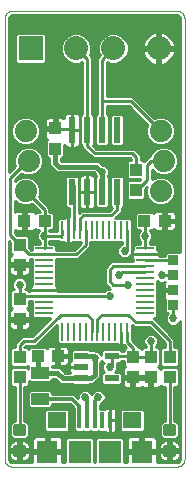
<source format=gtl>
G75*
%MOIN*%
%OFA0B0*%
%FSLAX25Y25*%
%IPPOS*%
%LPD*%
%AMOC8*
5,1,8,0,0,1.08239X$1,22.5*
%
%ADD10C,0.00000*%
%ADD11R,0.04724X0.02165*%
%ADD12C,0.01181*%
%ADD13R,0.04331X0.03937*%
%ADD14R,0.03937X0.04331*%
%ADD15R,0.02400X0.08700*%
%ADD16R,0.05906X0.00984*%
%ADD17R,0.00984X0.05906*%
%ADD18R,0.03500X0.03200*%
%ADD19C,0.07400*%
%ADD20R,0.08000X0.08000*%
%ADD21C,0.08000*%
%ADD22R,0.05906X0.03937*%
%ADD23R,0.01378X0.05512*%
%ADD24R,0.07087X0.07480*%
%ADD25R,0.07480X0.07480*%
%ADD26R,0.06299X0.05512*%
%ADD27C,0.01000*%
%ADD28C,0.02700*%
%ADD29C,0.01600*%
%ADD30C,0.01200*%
D10*
X0042595Y0032058D02*
X0042595Y0178933D01*
X0042597Y0179031D01*
X0042603Y0179129D01*
X0042612Y0179227D01*
X0042626Y0179324D01*
X0042643Y0179421D01*
X0042664Y0179517D01*
X0042689Y0179612D01*
X0042717Y0179706D01*
X0042750Y0179798D01*
X0042785Y0179890D01*
X0042825Y0179980D01*
X0042867Y0180068D01*
X0042914Y0180155D01*
X0042963Y0180239D01*
X0043016Y0180322D01*
X0043072Y0180402D01*
X0043132Y0180481D01*
X0043194Y0180557D01*
X0043259Y0180630D01*
X0043327Y0180701D01*
X0043398Y0180769D01*
X0043471Y0180834D01*
X0043547Y0180896D01*
X0043626Y0180956D01*
X0043706Y0181012D01*
X0043789Y0181065D01*
X0043873Y0181114D01*
X0043960Y0181161D01*
X0044048Y0181203D01*
X0044138Y0181243D01*
X0044230Y0181278D01*
X0044322Y0181311D01*
X0044416Y0181339D01*
X0044511Y0181364D01*
X0044607Y0181385D01*
X0044704Y0181402D01*
X0044801Y0181416D01*
X0044899Y0181425D01*
X0044997Y0181431D01*
X0045095Y0181433D01*
X0100095Y0181433D01*
X0100193Y0181431D01*
X0100291Y0181425D01*
X0100389Y0181416D01*
X0100486Y0181402D01*
X0100583Y0181385D01*
X0100679Y0181364D01*
X0100774Y0181339D01*
X0100868Y0181311D01*
X0100960Y0181278D01*
X0101052Y0181243D01*
X0101142Y0181203D01*
X0101230Y0181161D01*
X0101317Y0181114D01*
X0101401Y0181065D01*
X0101484Y0181012D01*
X0101564Y0180956D01*
X0101643Y0180896D01*
X0101719Y0180834D01*
X0101792Y0180769D01*
X0101863Y0180701D01*
X0101931Y0180630D01*
X0101996Y0180557D01*
X0102058Y0180481D01*
X0102118Y0180402D01*
X0102174Y0180322D01*
X0102227Y0180239D01*
X0102276Y0180155D01*
X0102323Y0180068D01*
X0102365Y0179980D01*
X0102405Y0179890D01*
X0102440Y0179798D01*
X0102473Y0179706D01*
X0102501Y0179612D01*
X0102526Y0179517D01*
X0102547Y0179421D01*
X0102564Y0179324D01*
X0102578Y0179227D01*
X0102587Y0179129D01*
X0102593Y0179031D01*
X0102595Y0178933D01*
X0102595Y0032058D01*
X0102593Y0031960D01*
X0102587Y0031862D01*
X0102578Y0031764D01*
X0102564Y0031667D01*
X0102547Y0031570D01*
X0102526Y0031474D01*
X0102501Y0031379D01*
X0102473Y0031285D01*
X0102440Y0031193D01*
X0102405Y0031101D01*
X0102365Y0031011D01*
X0102323Y0030923D01*
X0102276Y0030836D01*
X0102227Y0030752D01*
X0102174Y0030669D01*
X0102118Y0030589D01*
X0102058Y0030510D01*
X0101996Y0030434D01*
X0101931Y0030361D01*
X0101863Y0030290D01*
X0101792Y0030222D01*
X0101719Y0030157D01*
X0101643Y0030095D01*
X0101564Y0030035D01*
X0101484Y0029979D01*
X0101401Y0029926D01*
X0101317Y0029877D01*
X0101230Y0029830D01*
X0101142Y0029788D01*
X0101052Y0029748D01*
X0100960Y0029713D01*
X0100868Y0029680D01*
X0100774Y0029652D01*
X0100679Y0029627D01*
X0100583Y0029606D01*
X0100486Y0029589D01*
X0100389Y0029575D01*
X0100291Y0029566D01*
X0100193Y0029560D01*
X0100095Y0029558D01*
X0045095Y0029558D01*
X0044997Y0029560D01*
X0044899Y0029566D01*
X0044801Y0029575D01*
X0044704Y0029589D01*
X0044607Y0029606D01*
X0044511Y0029627D01*
X0044416Y0029652D01*
X0044322Y0029680D01*
X0044230Y0029713D01*
X0044138Y0029748D01*
X0044048Y0029788D01*
X0043960Y0029830D01*
X0043873Y0029877D01*
X0043789Y0029926D01*
X0043706Y0029979D01*
X0043626Y0030035D01*
X0043547Y0030095D01*
X0043471Y0030157D01*
X0043398Y0030222D01*
X0043327Y0030290D01*
X0043259Y0030361D01*
X0043194Y0030434D01*
X0043132Y0030510D01*
X0043072Y0030589D01*
X0043016Y0030669D01*
X0042963Y0030752D01*
X0042914Y0030836D01*
X0042867Y0030923D01*
X0042825Y0031011D01*
X0042785Y0031101D01*
X0042750Y0031193D01*
X0042717Y0031285D01*
X0042689Y0031379D01*
X0042664Y0031474D01*
X0042643Y0031570D01*
X0042626Y0031667D01*
X0042612Y0031764D01*
X0042603Y0031862D01*
X0042597Y0031960D01*
X0042595Y0032058D01*
D11*
X0068102Y0058943D03*
X0068102Y0062683D03*
X0068102Y0066423D03*
X0078339Y0066423D03*
X0078339Y0058943D03*
D12*
X0096217Y0043139D02*
X0098973Y0043139D01*
X0098973Y0040383D01*
X0096217Y0040383D01*
X0096217Y0043139D01*
X0096217Y0041563D02*
X0098973Y0041563D01*
X0098973Y0042743D02*
X0096217Y0042743D01*
X0096217Y0036233D02*
X0098973Y0036233D01*
X0098973Y0033477D01*
X0096217Y0033477D01*
X0096217Y0036233D01*
X0096217Y0034657D02*
X0098973Y0034657D01*
X0098973Y0035837D02*
X0096217Y0035837D01*
X0048973Y0036233D02*
X0046217Y0036233D01*
X0048973Y0036233D02*
X0048973Y0033477D01*
X0046217Y0033477D01*
X0046217Y0036233D01*
X0046217Y0034657D02*
X0048973Y0034657D01*
X0048973Y0035837D02*
X0046217Y0035837D01*
X0046217Y0043139D02*
X0048973Y0043139D01*
X0048973Y0040383D01*
X0046217Y0040383D01*
X0046217Y0043139D01*
X0046217Y0041563D02*
X0048973Y0041563D01*
X0048973Y0042743D02*
X0046217Y0042743D01*
D13*
X0053624Y0066433D03*
X0060317Y0066433D03*
X0055942Y0111433D03*
X0049249Y0111433D03*
X0089249Y0111433D03*
X0095942Y0111433D03*
D14*
X0086345Y0121837D03*
X0086345Y0128530D03*
X0059470Y0135587D03*
X0059470Y0142280D03*
X0047595Y0103530D03*
X0047595Y0096837D03*
X0047595Y0085405D03*
X0047595Y0078712D03*
X0047595Y0066030D03*
X0047595Y0059337D03*
X0085408Y0059337D03*
X0085408Y0066030D03*
X0091345Y0066030D03*
X0091345Y0059337D03*
X0097595Y0059337D03*
X0097595Y0066030D03*
D15*
X0080095Y0121133D03*
X0075095Y0121133D03*
X0070095Y0121133D03*
X0065095Y0121133D03*
X0065095Y0141733D03*
X0070095Y0141733D03*
X0075095Y0141733D03*
X0080095Y0141733D03*
D16*
X0089524Y0102260D03*
X0089524Y0100291D03*
X0089524Y0098323D03*
X0089524Y0096354D03*
X0089524Y0094386D03*
X0089524Y0092417D03*
X0089524Y0090449D03*
X0089524Y0088480D03*
X0089524Y0086512D03*
X0089524Y0084543D03*
X0089524Y0082575D03*
X0089524Y0080606D03*
X0055666Y0080606D03*
X0055666Y0082575D03*
X0055666Y0084543D03*
X0055666Y0086512D03*
X0055666Y0088480D03*
X0055666Y0090449D03*
X0055666Y0092417D03*
X0055666Y0094386D03*
X0055666Y0096354D03*
X0055666Y0098323D03*
X0055666Y0100291D03*
X0055666Y0102260D03*
D17*
X0061768Y0108362D03*
X0063737Y0108362D03*
X0065705Y0108362D03*
X0067674Y0108362D03*
X0069642Y0108362D03*
X0071611Y0108362D03*
X0073579Y0108362D03*
X0075548Y0108362D03*
X0077516Y0108362D03*
X0079485Y0108362D03*
X0081453Y0108362D03*
X0083422Y0108362D03*
X0083422Y0074504D03*
X0081453Y0074504D03*
X0079485Y0074504D03*
X0077516Y0074504D03*
X0075548Y0074504D03*
X0073579Y0074504D03*
X0071611Y0074504D03*
X0069642Y0074504D03*
X0067674Y0074504D03*
X0065705Y0074504D03*
X0063737Y0074504D03*
X0061768Y0074504D03*
D18*
X0098845Y0083308D03*
X0098845Y0088308D03*
X0098845Y0093308D03*
X0098845Y0098308D03*
D19*
X0094595Y0121433D03*
X0095595Y0131433D03*
X0094595Y0141433D03*
X0049595Y0141433D03*
X0050595Y0131433D03*
X0049595Y0121433D03*
D20*
X0051270Y0168933D03*
D21*
X0066450Y0168933D03*
X0078829Y0168933D03*
X0094009Y0168933D03*
D22*
X0054470Y0060764D03*
X0054470Y0052102D03*
D23*
X0067477Y0044991D03*
X0070036Y0044991D03*
X0072595Y0044991D03*
X0075154Y0044991D03*
X0077713Y0044991D03*
D24*
X0088343Y0034558D03*
X0056847Y0034558D03*
D25*
X0067595Y0034558D03*
X0077595Y0034558D03*
D26*
X0085194Y0044991D03*
X0059997Y0044991D03*
D27*
X0057879Y0049034D02*
X0058523Y0049678D01*
X0058523Y0050402D01*
X0064347Y0050402D01*
X0064958Y0049791D01*
X0065777Y0048972D01*
X0065777Y0048292D01*
X0065688Y0048203D01*
X0065688Y0041780D01*
X0066332Y0041135D01*
X0068622Y0041135D01*
X0068757Y0041270D01*
X0068891Y0041135D01*
X0071181Y0041135D01*
X0071316Y0041270D01*
X0071451Y0041135D01*
X0073740Y0041135D01*
X0073875Y0041270D01*
X0074010Y0041135D01*
X0076003Y0041135D01*
X0076103Y0041035D01*
X0076445Y0040837D01*
X0076827Y0040735D01*
X0077713Y0040735D01*
X0077713Y0044991D01*
X0077713Y0044991D01*
X0077713Y0040735D01*
X0078600Y0040735D01*
X0078981Y0040837D01*
X0079323Y0041035D01*
X0079603Y0041314D01*
X0079800Y0041656D01*
X0079902Y0042038D01*
X0079902Y0044991D01*
X0077713Y0044991D01*
X0077713Y0049247D01*
X0076827Y0049247D01*
X0076445Y0049145D01*
X0076103Y0048947D01*
X0076003Y0048847D01*
X0074295Y0048847D01*
X0074295Y0050233D01*
X0074332Y0050233D01*
X0075233Y0050606D01*
X0075922Y0051295D01*
X0076295Y0052196D01*
X0076295Y0053170D01*
X0075922Y0054071D01*
X0075233Y0054760D01*
X0074332Y0055133D01*
X0073358Y0055133D01*
X0072457Y0054760D01*
X0071768Y0054071D01*
X0071658Y0053804D01*
X0071547Y0054071D01*
X0070858Y0054760D01*
X0069957Y0055133D01*
X0068983Y0055133D01*
X0068082Y0054760D01*
X0067393Y0054071D01*
X0067020Y0053170D01*
X0067020Y0052537D01*
X0065755Y0053802D01*
X0058523Y0053802D01*
X0058523Y0054527D01*
X0057879Y0055171D01*
X0051062Y0055171D01*
X0050417Y0054527D01*
X0050417Y0049678D01*
X0051062Y0049034D01*
X0057879Y0049034D01*
X0058523Y0049902D02*
X0064847Y0049902D01*
X0064958Y0049791D02*
X0064958Y0049791D01*
X0065777Y0048903D02*
X0049195Y0048903D01*
X0049195Y0047905D02*
X0055747Y0047905D01*
X0055747Y0048203D02*
X0055747Y0041780D01*
X0056391Y0041135D01*
X0063602Y0041135D01*
X0064246Y0041780D01*
X0064246Y0048203D01*
X0063602Y0048847D01*
X0056391Y0048847D01*
X0055747Y0048203D01*
X0055747Y0046906D02*
X0049195Y0046906D01*
X0049195Y0045908D02*
X0055747Y0045908D01*
X0055747Y0044909D02*
X0049195Y0044909D01*
X0049195Y0044829D02*
X0049195Y0056071D01*
X0050019Y0056071D01*
X0050664Y0056716D01*
X0050664Y0058093D01*
X0051062Y0057695D01*
X0057879Y0057695D01*
X0058523Y0058340D01*
X0058523Y0058908D01*
X0059308Y0058908D01*
X0061183Y0057033D01*
X0065011Y0057033D01*
X0065284Y0056760D01*
X0070919Y0056760D01*
X0071192Y0057033D01*
X0072132Y0057033D01*
X0073245Y0058146D01*
X0074495Y0059396D01*
X0074495Y0064243D01*
X0074672Y0064420D01*
X0074876Y0064913D01*
X0074876Y0064885D01*
X0075521Y0064241D01*
X0075688Y0064241D01*
X0075518Y0064071D01*
X0075145Y0063170D01*
X0075145Y0062196D01*
X0075518Y0061295D01*
X0075688Y0061126D01*
X0075521Y0061126D01*
X0074876Y0060481D01*
X0074876Y0057405D01*
X0075521Y0056760D01*
X0081156Y0056760D01*
X0081801Y0057405D01*
X0081801Y0060481D01*
X0081156Y0061126D01*
X0079502Y0061126D01*
X0079672Y0061295D01*
X0080045Y0062196D01*
X0080045Y0063170D01*
X0079939Y0063428D01*
X0079939Y0064241D01*
X0081156Y0064241D01*
X0081739Y0064823D01*
X0082339Y0064823D01*
X0082339Y0063409D01*
X0082852Y0062895D01*
X0082518Y0062702D01*
X0082239Y0062423D01*
X0082041Y0062081D01*
X0081939Y0061699D01*
X0081939Y0059821D01*
X0084923Y0059821D01*
X0084923Y0058852D01*
X0081939Y0058852D01*
X0081939Y0056974D01*
X0082041Y0056592D01*
X0082239Y0056250D01*
X0082518Y0055971D01*
X0082860Y0055773D01*
X0083242Y0055671D01*
X0084923Y0055671D01*
X0084923Y0058852D01*
X0085892Y0058852D01*
X0085892Y0055671D01*
X0087574Y0055671D01*
X0087955Y0055773D01*
X0088297Y0055971D01*
X0088376Y0056050D01*
X0088456Y0055971D01*
X0088798Y0055773D01*
X0089179Y0055671D01*
X0090861Y0055671D01*
X0090861Y0058852D01*
X0091829Y0058852D01*
X0091829Y0055671D01*
X0093511Y0055671D01*
X0093893Y0055773D01*
X0094235Y0055971D01*
X0094514Y0056250D01*
X0094689Y0056553D01*
X0095171Y0056071D01*
X0095995Y0056071D01*
X0095995Y0044829D01*
X0095517Y0044829D01*
X0094527Y0043839D01*
X0094527Y0039683D01*
X0095517Y0038692D01*
X0099673Y0038692D01*
X0100664Y0039683D01*
X0100664Y0043839D01*
X0099673Y0044829D01*
X0099195Y0044829D01*
X0099195Y0056071D01*
X0100019Y0056071D01*
X0100664Y0056716D01*
X0100664Y0061958D01*
X0100019Y0062602D01*
X0095171Y0062602D01*
X0094689Y0062120D01*
X0094514Y0062423D01*
X0094235Y0062702D01*
X0093900Y0062895D01*
X0094414Y0063409D01*
X0094414Y0068651D01*
X0093769Y0069295D01*
X0092945Y0069295D01*
X0092945Y0069568D01*
X0093422Y0070045D01*
X0093795Y0070946D01*
X0093795Y0071920D01*
X0093422Y0072821D01*
X0092733Y0073510D01*
X0091832Y0073883D01*
X0090858Y0073883D01*
X0089957Y0073510D01*
X0089268Y0072821D01*
X0088895Y0071920D01*
X0088895Y0070946D01*
X0089268Y0070045D01*
X0089745Y0069568D01*
X0089745Y0069295D01*
X0088921Y0069295D01*
X0088376Y0068750D01*
X0087832Y0069295D01*
X0087008Y0069295D01*
X0087008Y0069908D01*
X0085022Y0071894D01*
X0085022Y0075167D01*
X0085014Y0075175D01*
X0085014Y0076751D01*
X0085682Y0076083D01*
X0090682Y0076083D01*
X0095995Y0070770D01*
X0095995Y0069295D01*
X0095171Y0069295D01*
X0094527Y0068651D01*
X0094527Y0063409D01*
X0095171Y0062764D01*
X0100019Y0062764D01*
X0100664Y0063409D01*
X0100664Y0068651D01*
X0100019Y0069295D01*
X0099195Y0069295D01*
X0099195Y0072096D01*
X0098258Y0073033D01*
X0092277Y0079014D01*
X0092933Y0079014D01*
X0093577Y0079659D01*
X0093577Y0081554D01*
X0093541Y0081591D01*
X0093577Y0081627D01*
X0093577Y0083523D01*
X0093541Y0083559D01*
X0093577Y0083596D01*
X0093577Y0085491D01*
X0093541Y0085528D01*
X0093577Y0085564D01*
X0093577Y0087460D01*
X0093541Y0087496D01*
X0093577Y0087533D01*
X0093577Y0089428D01*
X0093541Y0089465D01*
X0093577Y0089501D01*
X0093577Y0091361D01*
X0093707Y0091231D01*
X0094608Y0090858D01*
X0095582Y0090858D01*
X0096153Y0091094D01*
X0096157Y0091091D01*
X0095895Y0090829D01*
X0095697Y0090487D01*
X0095595Y0090106D01*
X0095595Y0088608D01*
X0098545Y0088608D01*
X0098545Y0088008D01*
X0095595Y0088008D01*
X0095595Y0086511D01*
X0095697Y0086129D01*
X0095895Y0085787D01*
X0096157Y0085525D01*
X0095995Y0085364D01*
X0095995Y0081252D01*
X0096639Y0080608D01*
X0097055Y0080608D01*
X0096768Y0080321D01*
X0096395Y0079420D01*
X0096395Y0078446D01*
X0096768Y0077545D01*
X0097457Y0076856D01*
X0098358Y0076483D01*
X0099332Y0076483D01*
X0100233Y0076856D01*
X0100922Y0077545D01*
X0101095Y0077963D01*
X0101095Y0032058D01*
X0101061Y0031799D01*
X0100802Y0031351D01*
X0100354Y0031092D01*
X0100095Y0031058D01*
X0093386Y0031058D01*
X0093386Y0034058D01*
X0088843Y0034058D01*
X0088843Y0035058D01*
X0087843Y0035058D01*
X0087843Y0034058D01*
X0083300Y0034058D01*
X0083300Y0031058D01*
X0082435Y0031058D01*
X0082435Y0038754D01*
X0081791Y0039398D01*
X0073399Y0039398D01*
X0072755Y0038754D01*
X0072755Y0031058D01*
X0072435Y0031058D01*
X0072435Y0038754D01*
X0071791Y0039398D01*
X0063399Y0039398D01*
X0062755Y0038754D01*
X0062755Y0031058D01*
X0061890Y0031058D01*
X0061890Y0034058D01*
X0057347Y0034058D01*
X0057347Y0035058D01*
X0056347Y0035058D01*
X0056347Y0034058D01*
X0051804Y0034058D01*
X0051804Y0031058D01*
X0045095Y0031058D01*
X0044836Y0031092D01*
X0044388Y0031351D01*
X0044129Y0031799D01*
X0044095Y0032058D01*
X0044095Y0104767D01*
X0044527Y0104335D01*
X0044527Y0100909D01*
X0045040Y0100395D01*
X0044706Y0100202D01*
X0044426Y0099923D01*
X0044229Y0099581D01*
X0044127Y0099199D01*
X0044127Y0097321D01*
X0047111Y0097321D01*
X0047111Y0096352D01*
X0048079Y0096352D01*
X0048079Y0093171D01*
X0049761Y0093171D01*
X0050143Y0093273D01*
X0050485Y0093471D01*
X0050764Y0093750D01*
X0050961Y0094092D01*
X0051064Y0094474D01*
X0051064Y0096352D01*
X0048079Y0096352D01*
X0048079Y0097321D01*
X0051064Y0097321D01*
X0051064Y0098691D01*
X0051613Y0098691D01*
X0051613Y0097375D01*
X0051650Y0097339D01*
X0051613Y0097302D01*
X0051613Y0095407D01*
X0051650Y0095370D01*
X0051613Y0095334D01*
X0051613Y0093438D01*
X0051650Y0093402D01*
X0051613Y0093365D01*
X0051613Y0091470D01*
X0051650Y0091433D01*
X0051613Y0091397D01*
X0051613Y0089994D01*
X0051513Y0089893D01*
X0051315Y0089551D01*
X0051213Y0089170D01*
X0051213Y0088480D01*
X0051213Y0088112D01*
X0050577Y0088112D01*
X0050019Y0088670D01*
X0049547Y0088670D01*
X0049672Y0088795D01*
X0050045Y0089696D01*
X0050045Y0090670D01*
X0049672Y0091571D01*
X0048983Y0092260D01*
X0048082Y0092633D01*
X0047108Y0092633D01*
X0046207Y0092260D01*
X0045518Y0091571D01*
X0045145Y0090670D01*
X0045145Y0089696D01*
X0045518Y0088795D01*
X0045644Y0088670D01*
X0045171Y0088670D01*
X0044527Y0088026D01*
X0044527Y0082784D01*
X0045040Y0082270D01*
X0044706Y0082077D01*
X0044426Y0081798D01*
X0044229Y0081456D01*
X0044127Y0081074D01*
X0044127Y0079196D01*
X0047111Y0079196D01*
X0047111Y0078227D01*
X0048079Y0078227D01*
X0048079Y0075046D01*
X0049761Y0075046D01*
X0050143Y0075148D01*
X0050485Y0075346D01*
X0050764Y0075625D01*
X0050961Y0075967D01*
X0051064Y0076349D01*
X0051064Y0078227D01*
X0048079Y0078227D01*
X0048079Y0079196D01*
X0051064Y0079196D01*
X0051064Y0081074D01*
X0050961Y0081456D01*
X0050764Y0081798D01*
X0050485Y0082077D01*
X0050150Y0082270D01*
X0050664Y0082784D01*
X0050664Y0084912D01*
X0051613Y0084912D01*
X0051613Y0083596D01*
X0051650Y0083559D01*
X0051613Y0083523D01*
X0051613Y0081627D01*
X0051650Y0081591D01*
X0051613Y0081554D01*
X0051613Y0079659D01*
X0052258Y0079014D01*
X0057854Y0079014D01*
X0051873Y0073033D01*
X0048330Y0073033D01*
X0046932Y0071636D01*
X0045995Y0070698D01*
X0045995Y0069295D01*
X0045171Y0069295D01*
X0044527Y0068651D01*
X0044527Y0063409D01*
X0045171Y0062764D01*
X0050019Y0062764D01*
X0050417Y0063162D01*
X0050417Y0062204D01*
X0050019Y0062602D01*
X0045171Y0062602D01*
X0044527Y0061958D01*
X0044527Y0056716D01*
X0045171Y0056071D01*
X0045995Y0056071D01*
X0045995Y0044829D01*
X0045517Y0044829D01*
X0044527Y0043839D01*
X0044527Y0039683D01*
X0045517Y0038692D01*
X0049673Y0038692D01*
X0050664Y0039683D01*
X0050664Y0043839D01*
X0049673Y0044829D01*
X0049195Y0044829D01*
X0050592Y0043911D02*
X0055747Y0043911D01*
X0055747Y0042912D02*
X0050664Y0042912D01*
X0050664Y0041914D02*
X0055747Y0041914D01*
X0056347Y0039798D02*
X0053106Y0039798D01*
X0052725Y0039696D01*
X0052383Y0039499D01*
X0052104Y0039219D01*
X0051906Y0038877D01*
X0051804Y0038496D01*
X0051804Y0035058D01*
X0056347Y0035058D01*
X0056347Y0039798D01*
X0056347Y0038918D02*
X0057347Y0038918D01*
X0057347Y0039798D02*
X0057347Y0035058D01*
X0061890Y0035058D01*
X0061890Y0038496D01*
X0061788Y0038877D01*
X0061591Y0039219D01*
X0061311Y0039499D01*
X0060969Y0039696D01*
X0060588Y0039798D01*
X0057347Y0039798D01*
X0057347Y0037920D02*
X0056347Y0037920D01*
X0056347Y0036921D02*
X0057347Y0036921D01*
X0057347Y0035923D02*
X0056347Y0035923D01*
X0056347Y0034924D02*
X0048079Y0034924D01*
X0048079Y0035340D02*
X0051064Y0035340D01*
X0051064Y0036508D01*
X0050921Y0037040D01*
X0050646Y0037517D01*
X0050257Y0037906D01*
X0049780Y0038181D01*
X0049248Y0038324D01*
X0048079Y0038324D01*
X0048079Y0035340D01*
X0047111Y0035340D01*
X0047111Y0038324D01*
X0045942Y0038324D01*
X0045410Y0038181D01*
X0044934Y0037906D01*
X0044544Y0037517D01*
X0044269Y0037040D01*
X0044127Y0036508D01*
X0044127Y0035340D01*
X0047111Y0035340D01*
X0047111Y0034371D01*
X0048079Y0034371D01*
X0048079Y0031387D01*
X0049248Y0031387D01*
X0049780Y0031529D01*
X0050257Y0031805D01*
X0050646Y0032194D01*
X0050921Y0032670D01*
X0051064Y0033202D01*
X0051064Y0034371D01*
X0048079Y0034371D01*
X0048079Y0035340D01*
X0048079Y0035923D02*
X0047111Y0035923D01*
X0047111Y0036921D02*
X0048079Y0036921D01*
X0048079Y0037920D02*
X0047111Y0037920D01*
X0047111Y0034924D02*
X0044095Y0034924D01*
X0044127Y0034371D02*
X0044127Y0033202D01*
X0044269Y0032670D01*
X0044544Y0032194D01*
X0044934Y0031805D01*
X0045410Y0031529D01*
X0045942Y0031387D01*
X0047111Y0031387D01*
X0047111Y0034371D01*
X0044127Y0034371D01*
X0044127Y0033926D02*
X0044095Y0033926D01*
X0044095Y0032927D02*
X0044200Y0032927D01*
X0044112Y0031929D02*
X0044809Y0031929D01*
X0044127Y0035923D02*
X0044095Y0035923D01*
X0044095Y0036921D02*
X0044237Y0036921D01*
X0044095Y0037920D02*
X0044957Y0037920D01*
X0045291Y0038918D02*
X0044095Y0038918D01*
X0044095Y0039917D02*
X0044527Y0039917D01*
X0044527Y0040915D02*
X0044095Y0040915D01*
X0044095Y0041914D02*
X0044527Y0041914D01*
X0044527Y0042912D02*
X0044095Y0042912D01*
X0044095Y0043911D02*
X0044598Y0043911D01*
X0044095Y0044909D02*
X0045995Y0044909D01*
X0045995Y0045908D02*
X0044095Y0045908D01*
X0044095Y0046906D02*
X0045995Y0046906D01*
X0045995Y0047905D02*
X0044095Y0047905D01*
X0044095Y0048903D02*
X0045995Y0048903D01*
X0045995Y0049902D02*
X0044095Y0049902D01*
X0044095Y0050900D02*
X0045995Y0050900D01*
X0045995Y0051899D02*
X0044095Y0051899D01*
X0044095Y0052897D02*
X0045995Y0052897D01*
X0045995Y0053896D02*
X0044095Y0053896D01*
X0044095Y0054894D02*
X0045995Y0054894D01*
X0045995Y0055893D02*
X0044095Y0055893D01*
X0044095Y0056891D02*
X0044527Y0056891D01*
X0044527Y0057890D02*
X0044095Y0057890D01*
X0044095Y0058888D02*
X0044527Y0058888D01*
X0044527Y0059887D02*
X0044095Y0059887D01*
X0044095Y0060885D02*
X0044527Y0060885D01*
X0044527Y0061884D02*
X0044095Y0061884D01*
X0044095Y0062882D02*
X0045053Y0062882D01*
X0044527Y0063881D02*
X0044095Y0063881D01*
X0044095Y0064879D02*
X0044527Y0064879D01*
X0044527Y0065878D02*
X0044095Y0065878D01*
X0044095Y0066877D02*
X0044527Y0066877D01*
X0044527Y0067875D02*
X0044095Y0067875D01*
X0044095Y0068874D02*
X0044750Y0068874D01*
X0044095Y0069872D02*
X0045995Y0069872D01*
X0046167Y0070871D02*
X0044095Y0070871D01*
X0044095Y0071869D02*
X0047166Y0071869D01*
X0048164Y0072868D02*
X0044095Y0072868D01*
X0044095Y0073866D02*
X0052706Y0073866D01*
X0053705Y0074865D02*
X0044095Y0074865D01*
X0044706Y0075346D02*
X0045048Y0075148D01*
X0045429Y0075046D01*
X0047111Y0075046D01*
X0047111Y0078227D01*
X0044127Y0078227D01*
X0044127Y0076349D01*
X0044229Y0075967D01*
X0044426Y0075625D01*
X0044706Y0075346D01*
X0044289Y0075863D02*
X0044095Y0075863D01*
X0044095Y0076862D02*
X0044127Y0076862D01*
X0044095Y0077860D02*
X0044127Y0077860D01*
X0044095Y0078859D02*
X0047111Y0078859D01*
X0048079Y0078859D02*
X0057699Y0078859D01*
X0056700Y0077860D02*
X0051064Y0077860D01*
X0051064Y0076862D02*
X0055702Y0076862D01*
X0054703Y0075863D02*
X0050901Y0075863D01*
X0051064Y0079857D02*
X0051613Y0079857D01*
X0051613Y0080856D02*
X0051064Y0080856D01*
X0050708Y0081854D02*
X0051613Y0081854D01*
X0051613Y0082853D02*
X0050664Y0082853D01*
X0050664Y0083851D02*
X0051613Y0083851D01*
X0051613Y0084850D02*
X0050664Y0084850D01*
X0051213Y0088480D02*
X0055666Y0088480D01*
X0055666Y0088480D01*
X0060119Y0088480D01*
X0060119Y0088112D01*
X0075809Y0088112D01*
X0076207Y0088510D01*
X0077108Y0088883D01*
X0077882Y0088883D01*
X0077245Y0089520D01*
X0075995Y0090770D01*
X0075995Y0095846D01*
X0076932Y0096783D01*
X0076932Y0096783D01*
X0077166Y0097017D01*
X0077166Y0097017D01*
X0078104Y0097954D01*
X0085472Y0097954D01*
X0085472Y0098778D01*
X0085371Y0098878D01*
X0085174Y0099220D01*
X0085072Y0099602D01*
X0085072Y0100291D01*
X0089524Y0100291D01*
X0089524Y0100291D01*
X0085072Y0100291D01*
X0085072Y0100981D01*
X0085174Y0101362D01*
X0085371Y0101704D01*
X0085472Y0101805D01*
X0085472Y0103208D01*
X0086116Y0103852D01*
X0087924Y0103852D01*
X0087924Y0104514D01*
X0087393Y0105045D01*
X0087020Y0105946D01*
X0087020Y0106920D01*
X0087393Y0107821D01*
X0087924Y0108352D01*
X0087924Y0108365D01*
X0086628Y0108365D01*
X0085983Y0109009D01*
X0085983Y0113857D01*
X0086628Y0114502D01*
X0091870Y0114502D01*
X0092383Y0113988D01*
X0092576Y0114323D01*
X0092855Y0114602D01*
X0093197Y0114799D01*
X0093579Y0114902D01*
X0095457Y0114902D01*
X0095457Y0111917D01*
X0096426Y0111917D01*
X0099607Y0111917D01*
X0099607Y0113599D01*
X0099505Y0113981D01*
X0099307Y0114323D01*
X0099028Y0114602D01*
X0098686Y0114799D01*
X0098304Y0114902D01*
X0096426Y0114902D01*
X0096426Y0111917D01*
X0096426Y0110949D01*
X0099607Y0110949D01*
X0099607Y0109267D01*
X0099505Y0108886D01*
X0099307Y0108544D01*
X0099028Y0108264D01*
X0098686Y0108067D01*
X0098304Y0107965D01*
X0096426Y0107965D01*
X0096426Y0110949D01*
X0095457Y0110949D01*
X0095457Y0107965D01*
X0093579Y0107965D01*
X0093197Y0108067D01*
X0092855Y0108264D01*
X0092576Y0108544D01*
X0092383Y0108878D01*
X0091870Y0108365D01*
X0091124Y0108365D01*
X0091124Y0108244D01*
X0091547Y0107821D01*
X0091920Y0106920D01*
X0091920Y0105946D01*
X0091547Y0105045D01*
X0091124Y0104622D01*
X0091124Y0103852D01*
X0092933Y0103852D01*
X0093577Y0103208D01*
X0093577Y0101805D01*
X0093677Y0101704D01*
X0093875Y0101362D01*
X0093977Y0100981D01*
X0093977Y0100291D01*
X0089524Y0100291D01*
X0089524Y0100291D01*
X0093977Y0100291D01*
X0093977Y0099923D01*
X0095995Y0099923D01*
X0095995Y0100364D01*
X0096639Y0101008D01*
X0101051Y0101008D01*
X0101095Y0100964D01*
X0101095Y0178933D01*
X0101061Y0179192D01*
X0100802Y0179640D01*
X0100354Y0179899D01*
X0100095Y0179933D01*
X0045095Y0179933D01*
X0044836Y0179899D01*
X0044388Y0179640D01*
X0044129Y0179192D01*
X0044095Y0178933D01*
X0044095Y0127696D01*
X0046112Y0129713D01*
X0045795Y0130478D01*
X0045795Y0132388D01*
X0046526Y0134152D01*
X0047876Y0135502D01*
X0049640Y0136233D01*
X0051550Y0136233D01*
X0053314Y0135502D01*
X0054664Y0134152D01*
X0055395Y0132388D01*
X0055395Y0130478D01*
X0054664Y0128714D01*
X0053314Y0127364D01*
X0051550Y0126633D01*
X0049640Y0126633D01*
X0048168Y0127243D01*
X0046070Y0125145D01*
X0046070Y0124696D01*
X0046876Y0125502D01*
X0048640Y0126233D01*
X0050550Y0126233D01*
X0052314Y0125502D01*
X0053664Y0124152D01*
X0054395Y0122388D01*
X0054395Y0120478D01*
X0053932Y0119359D01*
X0057542Y0115749D01*
X0057542Y0114502D01*
X0058563Y0114502D01*
X0059207Y0113857D01*
X0059207Y0109009D01*
X0058563Y0108365D01*
X0057542Y0108365D01*
X0057542Y0108076D01*
X0057585Y0108033D01*
X0060168Y0108033D01*
X0060168Y0109025D01*
X0060176Y0109033D01*
X0060176Y0111771D01*
X0060821Y0112415D01*
X0062223Y0112415D01*
X0062324Y0112515D01*
X0062666Y0112713D01*
X0063047Y0112815D01*
X0063737Y0112815D01*
X0063737Y0108362D01*
X0063737Y0103909D01*
X0064426Y0103909D01*
X0064808Y0104012D01*
X0065150Y0104209D01*
X0065250Y0104309D01*
X0066653Y0104309D01*
X0066690Y0104346D01*
X0066726Y0104309D01*
X0068042Y0104309D01*
X0068042Y0104143D01*
X0065791Y0101891D01*
X0059719Y0101891D01*
X0059719Y0103208D01*
X0059074Y0103852D01*
X0057542Y0103852D01*
X0057542Y0104790D01*
X0057585Y0104833D01*
X0060297Y0104833D01*
X0060821Y0104309D01*
X0062223Y0104309D01*
X0062324Y0104209D01*
X0062666Y0104012D01*
X0063047Y0103909D01*
X0063737Y0103909D01*
X0063737Y0108362D01*
X0063737Y0108362D01*
X0063737Y0108362D01*
X0063737Y0112815D01*
X0064105Y0112815D01*
X0064105Y0115683D01*
X0063439Y0115683D01*
X0062795Y0116327D01*
X0062795Y0125939D01*
X0063439Y0126583D01*
X0066751Y0126583D01*
X0067395Y0125939D01*
X0067395Y0116327D01*
X0067305Y0116238D01*
X0067305Y0114031D01*
X0068182Y0114908D01*
X0077557Y0114908D01*
X0078386Y0115737D01*
X0077795Y0116327D01*
X0077795Y0125939D01*
X0078439Y0126583D01*
X0081751Y0126583D01*
X0082395Y0125939D01*
X0082395Y0116327D01*
X0081751Y0115683D01*
X0081695Y0115683D01*
X0081695Y0114520D01*
X0079820Y0112645D01*
X0079590Y0112415D01*
X0080433Y0112415D01*
X0080469Y0112378D01*
X0080506Y0112415D01*
X0082401Y0112415D01*
X0082438Y0112378D01*
X0082474Y0112415D01*
X0084370Y0112415D01*
X0085014Y0111771D01*
X0085014Y0109033D01*
X0085022Y0109025D01*
X0085022Y0101976D01*
X0085045Y0101920D01*
X0085045Y0100946D01*
X0084672Y0100045D01*
X0083983Y0099356D01*
X0083082Y0098983D01*
X0082108Y0098983D01*
X0081207Y0099356D01*
X0080518Y0100045D01*
X0080145Y0100946D01*
X0080145Y0101920D01*
X0080518Y0102821D01*
X0081207Y0103510D01*
X0081822Y0103765D01*
X0081822Y0104309D01*
X0080506Y0104309D01*
X0080469Y0104346D01*
X0080433Y0104309D01*
X0078537Y0104309D01*
X0078501Y0104346D01*
X0078464Y0104309D01*
X0076569Y0104309D01*
X0076532Y0104346D01*
X0076496Y0104309D01*
X0074600Y0104309D01*
X0074564Y0104346D01*
X0074527Y0104309D01*
X0072632Y0104309D01*
X0072595Y0104346D01*
X0072559Y0104309D01*
X0071242Y0104309D01*
X0071242Y0102818D01*
X0068053Y0099629D01*
X0067116Y0098691D01*
X0059719Y0098691D01*
X0059719Y0097375D01*
X0059682Y0097339D01*
X0059719Y0097302D01*
X0059719Y0095407D01*
X0059682Y0095370D01*
X0059719Y0095334D01*
X0059719Y0093438D01*
X0059682Y0093402D01*
X0059719Y0093365D01*
X0059719Y0091470D01*
X0059682Y0091433D01*
X0059719Y0091397D01*
X0059719Y0089994D01*
X0059819Y0089893D01*
X0060017Y0089551D01*
X0060119Y0089170D01*
X0060119Y0088480D01*
X0055666Y0088480D01*
X0055666Y0088480D01*
X0051213Y0088480D01*
X0051213Y0088844D02*
X0049692Y0088844D01*
X0050045Y0089842D02*
X0051483Y0089842D01*
X0051613Y0090841D02*
X0049975Y0090841D01*
X0049404Y0091839D02*
X0051613Y0091839D01*
X0051613Y0092838D02*
X0044095Y0092838D01*
X0044706Y0093471D02*
X0045048Y0093273D01*
X0045429Y0093171D01*
X0047111Y0093171D01*
X0047111Y0096352D01*
X0044127Y0096352D01*
X0044127Y0094474D01*
X0044229Y0094092D01*
X0044426Y0093750D01*
X0044706Y0093471D01*
X0044377Y0093836D02*
X0044095Y0093836D01*
X0044095Y0094835D02*
X0044127Y0094835D01*
X0044095Y0095833D02*
X0044127Y0095833D01*
X0044095Y0096832D02*
X0047111Y0096832D01*
X0048079Y0096832D02*
X0051613Y0096832D01*
X0051613Y0097830D02*
X0051064Y0097830D01*
X0051064Y0095833D02*
X0051613Y0095833D01*
X0051613Y0094835D02*
X0051064Y0094835D01*
X0050814Y0093836D02*
X0051613Y0093836D01*
X0048079Y0093836D02*
X0047111Y0093836D01*
X0047111Y0094835D02*
X0048079Y0094835D01*
X0048079Y0095833D02*
X0047111Y0095833D01*
X0045787Y0091839D02*
X0044095Y0091839D01*
X0044095Y0090841D02*
X0045216Y0090841D01*
X0045145Y0089842D02*
X0044095Y0089842D01*
X0044095Y0088844D02*
X0045498Y0088844D01*
X0044527Y0087845D02*
X0044095Y0087845D01*
X0044095Y0086847D02*
X0044527Y0086847D01*
X0044527Y0085848D02*
X0044095Y0085848D01*
X0044095Y0084850D02*
X0044527Y0084850D01*
X0044527Y0083851D02*
X0044095Y0083851D01*
X0044095Y0082853D02*
X0044527Y0082853D01*
X0044483Y0081854D02*
X0044095Y0081854D01*
X0044095Y0080856D02*
X0044127Y0080856D01*
X0044095Y0079857D02*
X0044127Y0079857D01*
X0047111Y0077860D02*
X0048079Y0077860D01*
X0048079Y0076862D02*
X0047111Y0076862D01*
X0047111Y0075863D02*
X0048079Y0075863D01*
X0048993Y0071433D02*
X0047595Y0070036D01*
X0047595Y0066030D01*
X0049195Y0069295D02*
X0049195Y0069373D01*
X0049655Y0069833D01*
X0053199Y0069833D01*
X0054136Y0070770D01*
X0060176Y0076811D01*
X0060176Y0071096D01*
X0060821Y0070451D01*
X0062716Y0070451D01*
X0062753Y0070488D01*
X0062789Y0070451D01*
X0064685Y0070451D01*
X0064721Y0070488D01*
X0064758Y0070451D01*
X0066653Y0070451D01*
X0066690Y0070488D01*
X0066726Y0070451D01*
X0068622Y0070451D01*
X0068658Y0070488D01*
X0068695Y0070451D01*
X0070590Y0070451D01*
X0070627Y0070488D01*
X0070663Y0070451D01*
X0072559Y0070451D01*
X0072595Y0070488D01*
X0072632Y0070451D01*
X0074527Y0070451D01*
X0074564Y0070488D01*
X0074600Y0070451D01*
X0076496Y0070451D01*
X0076532Y0070488D01*
X0076569Y0070451D01*
X0078464Y0070451D01*
X0078501Y0070488D01*
X0078537Y0070451D01*
X0079940Y0070451D01*
X0080040Y0070351D01*
X0080382Y0070153D01*
X0080764Y0070051D01*
X0081453Y0070051D01*
X0081453Y0074504D01*
X0081453Y0074504D01*
X0081453Y0070291D01*
X0080095Y0068933D01*
X0081156Y0068606D02*
X0075521Y0068606D01*
X0074876Y0067962D01*
X0074876Y0066703D01*
X0074672Y0067196D01*
X0073983Y0067885D01*
X0073082Y0068258D01*
X0072832Y0068258D01*
X0072767Y0068323D01*
X0071202Y0068323D01*
X0070919Y0068606D01*
X0065284Y0068606D01*
X0064639Y0067962D01*
X0064639Y0064885D01*
X0064688Y0064836D01*
X0064539Y0064687D01*
X0064342Y0064345D01*
X0064239Y0063963D01*
X0064239Y0062724D01*
X0068060Y0062724D01*
X0068060Y0062642D01*
X0064239Y0062642D01*
X0064239Y0061403D01*
X0064342Y0061021D01*
X0064450Y0060833D01*
X0062757Y0060833D01*
X0061995Y0061595D01*
X0060882Y0062708D01*
X0058523Y0062708D01*
X0058523Y0062965D01*
X0059832Y0062965D01*
X0059832Y0065949D01*
X0060801Y0065949D01*
X0060801Y0066917D01*
X0063982Y0066917D01*
X0063982Y0068599D01*
X0063880Y0068981D01*
X0063682Y0069323D01*
X0063403Y0069602D01*
X0063061Y0069799D01*
X0062679Y0069902D01*
X0060801Y0069902D01*
X0060801Y0066917D01*
X0059832Y0066917D01*
X0059832Y0069902D01*
X0057954Y0069902D01*
X0057572Y0069799D01*
X0057230Y0069602D01*
X0056951Y0069323D01*
X0056758Y0068988D01*
X0056245Y0069502D01*
X0051003Y0069502D01*
X0050408Y0068907D01*
X0050019Y0069295D01*
X0049195Y0069295D01*
X0048993Y0071433D02*
X0052536Y0071433D01*
X0061286Y0080183D01*
X0070095Y0080183D01*
X0071611Y0078667D01*
X0071611Y0074504D01*
X0073579Y0074504D02*
X0073579Y0078667D01*
X0075095Y0080183D01*
X0083845Y0080183D01*
X0086345Y0077683D01*
X0091345Y0077683D01*
X0097595Y0071433D01*
X0097595Y0066030D01*
X0100664Y0065878D02*
X0101095Y0065878D01*
X0101095Y0066877D02*
X0100664Y0066877D01*
X0100664Y0067875D02*
X0101095Y0067875D01*
X0101095Y0068874D02*
X0100441Y0068874D01*
X0101095Y0069872D02*
X0099195Y0069872D01*
X0099195Y0070871D02*
X0101095Y0070871D01*
X0101095Y0071869D02*
X0099195Y0071869D01*
X0098423Y0072868D02*
X0101095Y0072868D01*
X0101095Y0073866D02*
X0097425Y0073866D01*
X0096426Y0074865D02*
X0101095Y0074865D01*
X0101095Y0075863D02*
X0095428Y0075863D01*
X0094429Y0076862D02*
X0097452Y0076862D01*
X0096638Y0077860D02*
X0093431Y0077860D01*
X0092432Y0078859D02*
X0096395Y0078859D01*
X0096576Y0079857D02*
X0093577Y0079857D01*
X0093577Y0080856D02*
X0096392Y0080856D01*
X0095995Y0081854D02*
X0093577Y0081854D01*
X0093577Y0082853D02*
X0095995Y0082853D01*
X0095995Y0083851D02*
X0093577Y0083851D01*
X0093577Y0084850D02*
X0095995Y0084850D01*
X0095860Y0085848D02*
X0093577Y0085848D01*
X0093577Y0086847D02*
X0095595Y0086847D01*
X0095595Y0087845D02*
X0093577Y0087845D01*
X0093577Y0088844D02*
X0095595Y0088844D01*
X0095595Y0089842D02*
X0093577Y0089842D01*
X0093577Y0090841D02*
X0095907Y0090841D01*
X0095095Y0093308D02*
X0098845Y0093308D01*
X0098845Y0098308D02*
X0098830Y0098323D01*
X0089524Y0098323D01*
X0089524Y0096354D02*
X0078766Y0096354D01*
X0077595Y0095183D01*
X0077595Y0091433D01*
X0078845Y0090183D01*
X0083845Y0090183D01*
X0080720Y0093308D02*
X0081798Y0094386D01*
X0089524Y0094386D01*
X0085421Y0098829D02*
X0067254Y0098829D01*
X0068252Y0099827D02*
X0080736Y0099827D01*
X0080195Y0100826D02*
X0069251Y0100826D01*
X0070249Y0101824D02*
X0080145Y0101824D01*
X0080520Y0102823D02*
X0071242Y0102823D01*
X0071242Y0103821D02*
X0081822Y0103821D01*
X0083422Y0102260D02*
X0082595Y0101433D01*
X0083422Y0102260D02*
X0083422Y0108362D01*
X0085022Y0108814D02*
X0086178Y0108814D01*
X0085983Y0109812D02*
X0085014Y0109812D01*
X0085014Y0110811D02*
X0085983Y0110811D01*
X0085983Y0111810D02*
X0084975Y0111810D01*
X0085983Y0112808D02*
X0079983Y0112808D01*
X0080981Y0113807D02*
X0085983Y0113807D01*
X0082395Y0116802D02*
X0093232Y0116802D01*
X0093640Y0116633D02*
X0095550Y0116633D01*
X0097314Y0117364D01*
X0098664Y0118714D01*
X0099395Y0120478D01*
X0099395Y0122388D01*
X0098664Y0124152D01*
X0097314Y0125502D01*
X0095550Y0126233D01*
X0093640Y0126233D01*
X0091876Y0125502D01*
X0091695Y0125321D01*
X0091695Y0128545D01*
X0092876Y0127364D01*
X0094640Y0126633D01*
X0096550Y0126633D01*
X0098314Y0127364D01*
X0099664Y0128714D01*
X0100395Y0130478D01*
X0100395Y0132388D01*
X0099664Y0134152D01*
X0098314Y0135502D01*
X0096550Y0136233D01*
X0094640Y0136233D01*
X0092876Y0135502D01*
X0091526Y0134152D01*
X0091062Y0133033D01*
X0090682Y0133033D01*
X0089745Y0132096D01*
X0089107Y0131457D01*
X0088769Y0131795D01*
X0087945Y0131795D01*
X0087945Y0133346D01*
X0086695Y0134596D01*
X0085758Y0135533D01*
X0073258Y0135533D01*
X0072129Y0136662D01*
X0072395Y0136927D01*
X0072395Y0146539D01*
X0071751Y0147183D01*
X0071695Y0147183D01*
X0071695Y0165950D01*
X0071016Y0166630D01*
X0071550Y0167919D01*
X0071550Y0169948D01*
X0070773Y0171822D01*
X0069339Y0173257D01*
X0067464Y0174033D01*
X0065435Y0174033D01*
X0063561Y0173257D01*
X0062126Y0171822D01*
X0061350Y0169948D01*
X0061350Y0167919D01*
X0062126Y0166044D01*
X0063561Y0164609D01*
X0065435Y0163833D01*
X0067464Y0163833D01*
X0068495Y0164260D01*
X0068495Y0147183D01*
X0068439Y0147183D01*
X0067795Y0146539D01*
X0067795Y0136927D01*
X0068439Y0136283D01*
X0068495Y0136283D01*
X0068495Y0135770D01*
X0070995Y0133270D01*
X0071932Y0132333D01*
X0084432Y0132333D01*
X0084745Y0132020D01*
X0084745Y0131795D01*
X0083921Y0131795D01*
X0083277Y0131151D01*
X0083277Y0125909D01*
X0083921Y0125264D01*
X0087914Y0125264D01*
X0087751Y0125102D01*
X0083921Y0125102D01*
X0083277Y0124458D01*
X0083277Y0119216D01*
X0083921Y0118571D01*
X0088769Y0118571D01*
X0089414Y0119216D01*
X0089414Y0122239D01*
X0089960Y0122785D01*
X0089795Y0122388D01*
X0089795Y0120478D01*
X0090526Y0118714D01*
X0091876Y0117364D01*
X0093640Y0116633D01*
X0093219Y0114805D02*
X0081695Y0114805D01*
X0081871Y0115804D02*
X0101095Y0115804D01*
X0101095Y0116802D02*
X0095958Y0116802D01*
X0096426Y0114805D02*
X0095457Y0114805D01*
X0095457Y0113807D02*
X0096426Y0113807D01*
X0096426Y0112808D02*
X0095457Y0112808D01*
X0096426Y0111810D02*
X0101095Y0111810D01*
X0101095Y0112808D02*
X0099607Y0112808D01*
X0099551Y0113807D02*
X0101095Y0113807D01*
X0101095Y0114805D02*
X0098665Y0114805D01*
X0097751Y0117801D02*
X0101095Y0117801D01*
X0101095Y0118799D02*
X0098700Y0118799D01*
X0099113Y0119798D02*
X0101095Y0119798D01*
X0101095Y0120796D02*
X0099395Y0120796D01*
X0099395Y0121795D02*
X0101095Y0121795D01*
X0101095Y0122793D02*
X0099227Y0122793D01*
X0098814Y0123792D02*
X0101095Y0123792D01*
X0101095Y0124790D02*
X0098026Y0124790D01*
X0096623Y0125789D02*
X0101095Y0125789D01*
X0101095Y0126787D02*
X0096922Y0126787D01*
X0098736Y0127786D02*
X0101095Y0127786D01*
X0101095Y0128784D02*
X0099693Y0128784D01*
X0100107Y0129783D02*
X0101095Y0129783D01*
X0101095Y0130781D02*
X0100395Y0130781D01*
X0100395Y0131780D02*
X0101095Y0131780D01*
X0101095Y0132778D02*
X0100233Y0132778D01*
X0099820Y0133777D02*
X0101095Y0133777D01*
X0101095Y0134775D02*
X0099041Y0134775D01*
X0097659Y0135774D02*
X0101095Y0135774D01*
X0101095Y0136772D02*
X0095886Y0136772D01*
X0095550Y0136633D02*
X0097314Y0137364D01*
X0098664Y0138714D01*
X0099395Y0140478D01*
X0099395Y0142388D01*
X0098664Y0144152D01*
X0097314Y0145502D01*
X0095550Y0146233D01*
X0093640Y0146233D01*
X0092521Y0145770D01*
X0085258Y0153033D01*
X0076695Y0153033D01*
X0076695Y0164297D01*
X0077815Y0163833D01*
X0079844Y0163833D01*
X0081718Y0164609D01*
X0083153Y0166044D01*
X0083929Y0167919D01*
X0083929Y0169948D01*
X0083153Y0171822D01*
X0081718Y0173257D01*
X0079844Y0174033D01*
X0077815Y0174033D01*
X0075940Y0173257D01*
X0074506Y0171822D01*
X0073729Y0169948D01*
X0073729Y0167919D01*
X0074263Y0166630D01*
X0073495Y0165862D01*
X0073495Y0147183D01*
X0073439Y0147183D01*
X0072795Y0146539D01*
X0072795Y0136927D01*
X0073439Y0136283D01*
X0076751Y0136283D01*
X0077395Y0136927D01*
X0077395Y0146539D01*
X0076751Y0147183D01*
X0076695Y0147183D01*
X0076695Y0149833D01*
X0083932Y0149833D01*
X0090259Y0143507D01*
X0089795Y0142388D01*
X0089795Y0140478D01*
X0090526Y0138714D01*
X0091876Y0137364D01*
X0093640Y0136633D01*
X0095550Y0136633D01*
X0093532Y0135774D02*
X0073017Y0135774D01*
X0072950Y0136772D02*
X0072240Y0136772D01*
X0072395Y0137771D02*
X0072795Y0137771D01*
X0072795Y0138769D02*
X0072395Y0138769D01*
X0072395Y0139768D02*
X0072795Y0139768D01*
X0072795Y0140766D02*
X0072395Y0140766D01*
X0072395Y0141765D02*
X0072795Y0141765D01*
X0072795Y0142763D02*
X0072395Y0142763D01*
X0072395Y0143762D02*
X0072795Y0143762D01*
X0072795Y0144760D02*
X0072395Y0144760D01*
X0072395Y0145759D02*
X0072795Y0145759D01*
X0073014Y0146757D02*
X0072176Y0146757D01*
X0071695Y0147756D02*
X0073495Y0147756D01*
X0073495Y0148754D02*
X0071695Y0148754D01*
X0071695Y0149753D02*
X0073495Y0149753D01*
X0073495Y0150751D02*
X0071695Y0150751D01*
X0071695Y0151750D02*
X0073495Y0151750D01*
X0073495Y0152748D02*
X0071695Y0152748D01*
X0071695Y0153747D02*
X0073495Y0153747D01*
X0073495Y0154745D02*
X0071695Y0154745D01*
X0071695Y0155744D02*
X0073495Y0155744D01*
X0073495Y0156743D02*
X0071695Y0156743D01*
X0071695Y0157741D02*
X0073495Y0157741D01*
X0073495Y0158740D02*
X0071695Y0158740D01*
X0071695Y0159738D02*
X0073495Y0159738D01*
X0073495Y0160737D02*
X0071695Y0160737D01*
X0071695Y0161735D02*
X0073495Y0161735D01*
X0073495Y0162734D02*
X0071695Y0162734D01*
X0071695Y0163732D02*
X0073495Y0163732D01*
X0073495Y0164731D02*
X0071695Y0164731D01*
X0071695Y0165729D02*
X0073495Y0165729D01*
X0074223Y0166728D02*
X0071056Y0166728D01*
X0071470Y0167726D02*
X0073809Y0167726D01*
X0073729Y0168725D02*
X0071550Y0168725D01*
X0071550Y0169723D02*
X0073729Y0169723D01*
X0074050Y0170722D02*
X0071229Y0170722D01*
X0070815Y0171720D02*
X0074463Y0171720D01*
X0075402Y0172719D02*
X0069877Y0172719D01*
X0068227Y0173717D02*
X0077052Y0173717D01*
X0080606Y0173717D02*
X0091283Y0173717D01*
X0091126Y0173637D02*
X0091897Y0174030D01*
X0092721Y0174298D01*
X0093509Y0174422D01*
X0093509Y0169433D01*
X0094509Y0169433D01*
X0099498Y0169433D01*
X0099373Y0170221D01*
X0099106Y0171044D01*
X0098713Y0171816D01*
X0098204Y0172516D01*
X0097592Y0173128D01*
X0096891Y0173637D01*
X0096120Y0174030D01*
X0095297Y0174298D01*
X0094509Y0174422D01*
X0094509Y0169433D01*
X0094509Y0168433D01*
X0099498Y0168433D01*
X0099373Y0167645D01*
X0099106Y0166822D01*
X0098713Y0166050D01*
X0098204Y0165350D01*
X0097592Y0164738D01*
X0096891Y0164229D01*
X0096120Y0163836D01*
X0095297Y0163569D01*
X0094509Y0163444D01*
X0094509Y0168433D01*
X0093509Y0168433D01*
X0093509Y0163444D01*
X0092721Y0163569D01*
X0091897Y0163836D01*
X0091126Y0164229D01*
X0090426Y0164738D01*
X0089814Y0165350D01*
X0089305Y0166050D01*
X0088912Y0166822D01*
X0088644Y0167645D01*
X0088519Y0168433D01*
X0093509Y0168433D01*
X0093509Y0169433D01*
X0088519Y0169433D01*
X0088644Y0170221D01*
X0088912Y0171044D01*
X0089305Y0171816D01*
X0089814Y0172516D01*
X0090426Y0173128D01*
X0091126Y0173637D01*
X0090016Y0172719D02*
X0082256Y0172719D01*
X0083195Y0171720D02*
X0089256Y0171720D01*
X0088807Y0170722D02*
X0083609Y0170722D01*
X0083929Y0169723D02*
X0088565Y0169723D01*
X0088631Y0167726D02*
X0083849Y0167726D01*
X0083929Y0168725D02*
X0093509Y0168725D01*
X0093509Y0169723D02*
X0094509Y0169723D01*
X0094509Y0168725D02*
X0101095Y0168725D01*
X0101095Y0169723D02*
X0099452Y0169723D01*
X0099211Y0170722D02*
X0101095Y0170722D01*
X0101095Y0171720D02*
X0098761Y0171720D01*
X0098001Y0172719D02*
X0101095Y0172719D01*
X0101095Y0173717D02*
X0096734Y0173717D01*
X0094509Y0173717D02*
X0093509Y0173717D01*
X0093509Y0172719D02*
X0094509Y0172719D01*
X0094509Y0171720D02*
X0093509Y0171720D01*
X0093509Y0170722D02*
X0094509Y0170722D01*
X0094509Y0167726D02*
X0093509Y0167726D01*
X0093509Y0166728D02*
X0094509Y0166728D01*
X0094509Y0165729D02*
X0093509Y0165729D01*
X0093509Y0164731D02*
X0094509Y0164731D01*
X0094509Y0163732D02*
X0093509Y0163732D01*
X0092217Y0163732D02*
X0076695Y0163732D01*
X0076695Y0162734D02*
X0101095Y0162734D01*
X0101095Y0163732D02*
X0095800Y0163732D01*
X0097582Y0164731D02*
X0101095Y0164731D01*
X0101095Y0165729D02*
X0098479Y0165729D01*
X0099058Y0166728D02*
X0101095Y0166728D01*
X0101095Y0167726D02*
X0099386Y0167726D01*
X0101095Y0161735D02*
X0076695Y0161735D01*
X0076695Y0160737D02*
X0101095Y0160737D01*
X0101095Y0159738D02*
X0076695Y0159738D01*
X0076695Y0158740D02*
X0101095Y0158740D01*
X0101095Y0157741D02*
X0076695Y0157741D01*
X0076695Y0156743D02*
X0101095Y0156743D01*
X0101095Y0155744D02*
X0076695Y0155744D01*
X0076695Y0154745D02*
X0101095Y0154745D01*
X0101095Y0153747D02*
X0076695Y0153747D01*
X0075095Y0151433D02*
X0075095Y0165199D01*
X0078829Y0168933D01*
X0081839Y0164731D02*
X0090436Y0164731D01*
X0089538Y0165729D02*
X0082838Y0165729D01*
X0083436Y0166728D02*
X0088960Y0166728D01*
X0085542Y0152748D02*
X0101095Y0152748D01*
X0101095Y0151750D02*
X0086541Y0151750D01*
X0087539Y0150751D02*
X0101095Y0150751D01*
X0101095Y0149753D02*
X0088538Y0149753D01*
X0089537Y0148754D02*
X0101095Y0148754D01*
X0101095Y0147756D02*
X0090535Y0147756D01*
X0091534Y0146757D02*
X0101095Y0146757D01*
X0101095Y0145759D02*
X0096695Y0145759D01*
X0098056Y0144760D02*
X0101095Y0144760D01*
X0101095Y0143762D02*
X0098826Y0143762D01*
X0099240Y0142763D02*
X0101095Y0142763D01*
X0101095Y0141765D02*
X0099395Y0141765D01*
X0099395Y0140766D02*
X0101095Y0140766D01*
X0101095Y0139768D02*
X0099101Y0139768D01*
X0098687Y0138769D02*
X0101095Y0138769D01*
X0101095Y0137771D02*
X0097721Y0137771D01*
X0094595Y0141433D02*
X0084595Y0151433D01*
X0075095Y0151433D01*
X0075095Y0141733D01*
X0077395Y0141765D02*
X0077795Y0141765D01*
X0077795Y0142763D02*
X0077395Y0142763D01*
X0077395Y0143762D02*
X0077795Y0143762D01*
X0077795Y0144760D02*
X0077395Y0144760D01*
X0077395Y0145759D02*
X0077795Y0145759D01*
X0077795Y0146539D02*
X0077795Y0136927D01*
X0078439Y0136283D01*
X0081751Y0136283D01*
X0082395Y0136927D01*
X0082395Y0146539D01*
X0081751Y0147183D01*
X0078439Y0147183D01*
X0077795Y0146539D01*
X0078014Y0146757D02*
X0077176Y0146757D01*
X0076695Y0147756D02*
X0086010Y0147756D01*
X0087008Y0146757D02*
X0082176Y0146757D01*
X0082395Y0145759D02*
X0088007Y0145759D01*
X0089005Y0144760D02*
X0082395Y0144760D01*
X0082395Y0143762D02*
X0090004Y0143762D01*
X0089951Y0142763D02*
X0082395Y0142763D01*
X0082395Y0141765D02*
X0089795Y0141765D01*
X0089795Y0140766D02*
X0082395Y0140766D01*
X0082395Y0139768D02*
X0090089Y0139768D01*
X0090503Y0138769D02*
X0082395Y0138769D01*
X0082395Y0137771D02*
X0091469Y0137771D01*
X0093304Y0136772D02*
X0082240Y0136772D01*
X0083906Y0131780D02*
X0061370Y0131780D01*
X0061370Y0131595D02*
X0061370Y0132321D01*
X0061894Y0132321D01*
X0062539Y0132966D01*
X0062539Y0136733D01*
X0062695Y0136462D01*
X0062974Y0136183D01*
X0063316Y0135985D01*
X0063698Y0135883D01*
X0064995Y0135883D01*
X0064995Y0141633D01*
X0065195Y0141633D01*
X0065195Y0135883D01*
X0066493Y0135883D01*
X0066874Y0135985D01*
X0067216Y0136183D01*
X0067495Y0136462D01*
X0067693Y0136804D01*
X0067795Y0137186D01*
X0067795Y0141633D01*
X0065195Y0141633D01*
X0065195Y0141833D01*
X0064995Y0141833D01*
X0064995Y0147583D01*
X0063698Y0147583D01*
X0063316Y0147481D01*
X0062974Y0147283D01*
X0062695Y0147004D01*
X0062497Y0146662D01*
X0062395Y0146281D01*
X0062395Y0145610D01*
X0062360Y0145645D01*
X0062018Y0145843D01*
X0061636Y0145945D01*
X0059954Y0145945D01*
X0059954Y0144433D01*
X0059888Y0144433D01*
X0059595Y0144140D01*
X0059595Y0142764D01*
X0058986Y0142764D01*
X0058986Y0145945D01*
X0057304Y0145945D01*
X0056923Y0145843D01*
X0056581Y0145645D01*
X0056301Y0145366D01*
X0056104Y0145024D01*
X0056002Y0144642D01*
X0056002Y0142764D01*
X0058986Y0142764D01*
X0058986Y0141795D01*
X0056002Y0141795D01*
X0056002Y0139917D01*
X0056104Y0139535D01*
X0056301Y0139193D01*
X0056581Y0138914D01*
X0056915Y0138721D01*
X0056402Y0138208D01*
X0056402Y0132966D01*
X0057046Y0132321D01*
X0057570Y0132321D01*
X0057570Y0130021D01*
X0058683Y0128908D01*
X0059933Y0127658D01*
X0072433Y0127658D01*
X0072645Y0127446D01*
X0072645Y0127196D01*
X0073018Y0126295D01*
X0073085Y0126228D01*
X0072795Y0125939D01*
X0072795Y0116327D01*
X0073439Y0115683D01*
X0076751Y0115683D01*
X0077395Y0116327D01*
X0077395Y0125939D01*
X0077105Y0126228D01*
X0077172Y0126295D01*
X0077545Y0127196D01*
X0077545Y0128170D01*
X0077172Y0129071D01*
X0076483Y0129760D01*
X0075582Y0130133D01*
X0075332Y0130133D01*
X0075120Y0130345D01*
X0074007Y0131458D01*
X0061507Y0131458D01*
X0061370Y0131595D01*
X0062351Y0132778D02*
X0071487Y0132778D01*
X0070489Y0133777D02*
X0062539Y0133777D01*
X0062539Y0134775D02*
X0069490Y0134775D01*
X0068495Y0135774D02*
X0062539Y0135774D01*
X0064995Y0136772D02*
X0065195Y0136772D01*
X0065195Y0137771D02*
X0064995Y0137771D01*
X0064995Y0138769D02*
X0065195Y0138769D01*
X0065195Y0139768D02*
X0064995Y0139768D01*
X0064995Y0140766D02*
X0065195Y0140766D01*
X0065195Y0141765D02*
X0067795Y0141765D01*
X0067795Y0141833D02*
X0067795Y0146281D01*
X0067693Y0146662D01*
X0067495Y0147004D01*
X0067216Y0147283D01*
X0066874Y0147481D01*
X0066493Y0147583D01*
X0065195Y0147583D01*
X0065195Y0141833D01*
X0067795Y0141833D01*
X0067795Y0142763D02*
X0067795Y0142763D01*
X0067795Y0143762D02*
X0067795Y0143762D01*
X0067795Y0144760D02*
X0067795Y0144760D01*
X0067795Y0145759D02*
X0067795Y0145759D01*
X0067638Y0146757D02*
X0068014Y0146757D01*
X0068495Y0147756D02*
X0044095Y0147756D01*
X0044095Y0148754D02*
X0068495Y0148754D01*
X0068495Y0149753D02*
X0044095Y0149753D01*
X0044095Y0150751D02*
X0068495Y0150751D01*
X0068495Y0151750D02*
X0044095Y0151750D01*
X0044095Y0152748D02*
X0068495Y0152748D01*
X0068495Y0153747D02*
X0044095Y0153747D01*
X0044095Y0154745D02*
X0068495Y0154745D01*
X0068495Y0155744D02*
X0044095Y0155744D01*
X0044095Y0156743D02*
X0068495Y0156743D01*
X0068495Y0157741D02*
X0044095Y0157741D01*
X0044095Y0158740D02*
X0068495Y0158740D01*
X0068495Y0159738D02*
X0044095Y0159738D01*
X0044095Y0160737D02*
X0068495Y0160737D01*
X0068495Y0161735D02*
X0044095Y0161735D01*
X0044095Y0162734D02*
X0068495Y0162734D01*
X0068495Y0163732D02*
X0044095Y0163732D01*
X0044095Y0164731D02*
X0046170Y0164731D01*
X0046170Y0164477D02*
X0046814Y0163833D01*
X0055726Y0163833D01*
X0056370Y0164477D01*
X0056370Y0173389D01*
X0055726Y0174033D01*
X0046814Y0174033D01*
X0046170Y0173389D01*
X0046170Y0164477D01*
X0046170Y0165729D02*
X0044095Y0165729D01*
X0044095Y0166728D02*
X0046170Y0166728D01*
X0046170Y0167726D02*
X0044095Y0167726D01*
X0044095Y0168725D02*
X0046170Y0168725D01*
X0046170Y0169723D02*
X0044095Y0169723D01*
X0044095Y0170722D02*
X0046170Y0170722D01*
X0046170Y0171720D02*
X0044095Y0171720D01*
X0044095Y0172719D02*
X0046170Y0172719D01*
X0046499Y0173717D02*
X0044095Y0173717D01*
X0044095Y0174716D02*
X0101095Y0174716D01*
X0101095Y0175714D02*
X0044095Y0175714D01*
X0044095Y0176713D02*
X0101095Y0176713D01*
X0101095Y0177711D02*
X0044095Y0177711D01*
X0044095Y0178710D02*
X0101095Y0178710D01*
X0100684Y0179708D02*
X0044506Y0179708D01*
X0056042Y0173717D02*
X0064673Y0173717D01*
X0063023Y0172719D02*
X0056370Y0172719D01*
X0056370Y0171720D02*
X0062084Y0171720D01*
X0061670Y0170722D02*
X0056370Y0170722D01*
X0056370Y0169723D02*
X0061350Y0169723D01*
X0061350Y0168725D02*
X0056370Y0168725D01*
X0056370Y0167726D02*
X0061429Y0167726D01*
X0061843Y0166728D02*
X0056370Y0166728D01*
X0056370Y0165729D02*
X0062441Y0165729D01*
X0063440Y0164731D02*
X0056370Y0164731D01*
X0066450Y0168933D02*
X0070095Y0165288D01*
X0070095Y0141733D01*
X0070095Y0136433D01*
X0072595Y0133933D01*
X0085095Y0133933D01*
X0086345Y0132683D01*
X0086345Y0128530D01*
X0088784Y0131780D02*
X0089429Y0131780D01*
X0090428Y0132778D02*
X0087945Y0132778D01*
X0087514Y0133777D02*
X0091370Y0133777D01*
X0092149Y0134775D02*
X0086516Y0134775D01*
X0083277Y0130781D02*
X0074684Y0130781D01*
X0076428Y0129783D02*
X0083277Y0129783D01*
X0083277Y0128784D02*
X0077291Y0128784D01*
X0077545Y0127786D02*
X0083277Y0127786D01*
X0083277Y0126787D02*
X0077376Y0126787D01*
X0077395Y0125789D02*
X0077795Y0125789D01*
X0077795Y0124790D02*
X0077395Y0124790D01*
X0077395Y0123792D02*
X0077795Y0123792D01*
X0077795Y0122793D02*
X0077395Y0122793D01*
X0077395Y0121795D02*
X0077795Y0121795D01*
X0077795Y0120796D02*
X0077395Y0120796D01*
X0077395Y0119798D02*
X0077795Y0119798D01*
X0077795Y0118799D02*
X0077395Y0118799D01*
X0077395Y0117801D02*
X0077795Y0117801D01*
X0077795Y0116802D02*
X0077395Y0116802D01*
X0076871Y0115804D02*
X0078319Y0115804D01*
X0080095Y0115183D02*
X0078220Y0113308D01*
X0068845Y0113308D01*
X0067674Y0112137D01*
X0067674Y0108362D01*
X0069642Y0108362D02*
X0069642Y0103480D01*
X0066453Y0100291D01*
X0055666Y0100291D01*
X0050833Y0100291D01*
X0047595Y0103530D01*
X0044470Y0106655D01*
X0044470Y0125808D01*
X0050095Y0131433D01*
X0050595Y0131433D01*
X0047149Y0134775D02*
X0044095Y0134775D01*
X0044095Y0133777D02*
X0046370Y0133777D01*
X0045957Y0132778D02*
X0044095Y0132778D01*
X0044095Y0131780D02*
X0045795Y0131780D01*
X0045795Y0130781D02*
X0044095Y0130781D01*
X0044095Y0129783D02*
X0046083Y0129783D01*
X0045184Y0128784D02*
X0044095Y0128784D01*
X0044095Y0127786D02*
X0044185Y0127786D01*
X0046713Y0125789D02*
X0047568Y0125789D01*
X0047712Y0126787D02*
X0049268Y0126787D01*
X0051623Y0125789D02*
X0062795Y0125789D01*
X0062795Y0124790D02*
X0053026Y0124790D01*
X0053814Y0123792D02*
X0062795Y0123792D01*
X0062795Y0122793D02*
X0054227Y0122793D01*
X0054395Y0121795D02*
X0062795Y0121795D01*
X0062795Y0120796D02*
X0054395Y0120796D01*
X0054113Y0119798D02*
X0062795Y0119798D01*
X0062795Y0118799D02*
X0054492Y0118799D01*
X0055490Y0117801D02*
X0062795Y0117801D01*
X0062795Y0116802D02*
X0056489Y0116802D01*
X0057487Y0115804D02*
X0063319Y0115804D01*
X0064105Y0114805D02*
X0057542Y0114805D01*
X0055942Y0115087D02*
X0049595Y0121433D01*
X0046070Y0118170D02*
X0046876Y0117364D01*
X0048640Y0116633D01*
X0050550Y0116633D01*
X0051669Y0117097D01*
X0054264Y0114502D01*
X0053321Y0114502D01*
X0052807Y0113988D01*
X0052614Y0114323D01*
X0052335Y0114602D01*
X0051993Y0114799D01*
X0051612Y0114902D01*
X0049733Y0114902D01*
X0049733Y0111917D01*
X0048764Y0111917D01*
X0048764Y0114902D01*
X0046886Y0114902D01*
X0046504Y0114799D01*
X0046162Y0114602D01*
X0046070Y0114510D01*
X0046070Y0118170D01*
X0046070Y0117801D02*
X0046439Y0117801D01*
X0046070Y0116802D02*
X0048232Y0116802D01*
X0048764Y0114805D02*
X0049733Y0114805D01*
X0049733Y0113807D02*
X0048764Y0113807D01*
X0048764Y0112808D02*
X0049733Y0112808D01*
X0049733Y0110949D02*
X0048764Y0110949D01*
X0048764Y0107965D01*
X0046886Y0107965D01*
X0046504Y0108067D01*
X0046162Y0108264D01*
X0046070Y0108356D01*
X0046070Y0107317D01*
X0046593Y0106795D01*
X0050019Y0106795D01*
X0050664Y0106151D01*
X0050664Y0102724D01*
X0051496Y0101891D01*
X0051613Y0101891D01*
X0051613Y0103208D01*
X0052258Y0103852D01*
X0054342Y0103852D01*
X0054342Y0104352D01*
X0054332Y0104356D01*
X0053643Y0105045D01*
X0053270Y0105946D01*
X0053270Y0106920D01*
X0053643Y0107821D01*
X0054187Y0108365D01*
X0053321Y0108365D01*
X0052807Y0108878D01*
X0052614Y0108544D01*
X0052335Y0108264D01*
X0051993Y0108067D01*
X0051612Y0107965D01*
X0049733Y0107965D01*
X0049733Y0110949D01*
X0049733Y0110811D02*
X0048764Y0110811D01*
X0048764Y0109812D02*
X0049733Y0109812D01*
X0049733Y0108814D02*
X0048764Y0108814D01*
X0046070Y0107815D02*
X0053641Y0107815D01*
X0053270Y0106817D02*
X0046570Y0106817D01*
X0044527Y0103821D02*
X0044095Y0103821D01*
X0044095Y0102823D02*
X0044527Y0102823D01*
X0044527Y0101824D02*
X0044095Y0101824D01*
X0044095Y0100826D02*
X0044609Y0100826D01*
X0044371Y0099827D02*
X0044095Y0099827D01*
X0044095Y0098829D02*
X0044127Y0098829D01*
X0044095Y0097830D02*
X0044127Y0097830D01*
X0047595Y0090183D02*
X0047595Y0085405D01*
X0048702Y0086512D01*
X0055666Y0086512D01*
X0077516Y0086512D01*
X0077595Y0086433D01*
X0077013Y0088844D02*
X0060119Y0088844D01*
X0059849Y0089842D02*
X0076923Y0089842D01*
X0075995Y0090841D02*
X0059719Y0090841D01*
X0059719Y0091839D02*
X0075995Y0091839D01*
X0075995Y0092838D02*
X0059719Y0092838D01*
X0059719Y0093836D02*
X0075995Y0093836D01*
X0075995Y0094835D02*
X0059719Y0094835D01*
X0059719Y0095833D02*
X0075995Y0095833D01*
X0076981Y0096832D02*
X0059719Y0096832D01*
X0059719Y0097830D02*
X0077980Y0097830D01*
X0084454Y0099827D02*
X0085072Y0099827D01*
X0085072Y0100826D02*
X0084995Y0100826D01*
X0085045Y0101824D02*
X0085472Y0101824D01*
X0085472Y0102823D02*
X0085022Y0102823D01*
X0085022Y0103821D02*
X0086085Y0103821D01*
X0085022Y0104820D02*
X0087618Y0104820D01*
X0087073Y0105818D02*
X0085022Y0105818D01*
X0085022Y0106817D02*
X0087020Y0106817D01*
X0087391Y0107815D02*
X0085022Y0107815D01*
X0089470Y0106433D02*
X0089524Y0106433D01*
X0089524Y0111157D01*
X0089249Y0111433D01*
X0092319Y0108814D02*
X0092420Y0108814D01*
X0091549Y0107815D02*
X0101095Y0107815D01*
X0101095Y0106817D02*
X0091920Y0106817D01*
X0091867Y0105818D02*
X0101095Y0105818D01*
X0101095Y0104820D02*
X0091322Y0104820D01*
X0092963Y0103821D02*
X0101095Y0103821D01*
X0101095Y0102823D02*
X0093577Y0102823D01*
X0093577Y0101824D02*
X0101095Y0101824D01*
X0096457Y0100826D02*
X0093977Y0100826D01*
X0089524Y0102260D02*
X0089524Y0106433D01*
X0095457Y0108814D02*
X0096426Y0108814D01*
X0096426Y0109812D02*
X0095457Y0109812D01*
X0095457Y0110811D02*
X0096426Y0110811D01*
X0099607Y0110811D02*
X0101095Y0110811D01*
X0101095Y0109812D02*
X0099607Y0109812D01*
X0099463Y0108814D02*
X0101095Y0108814D01*
X0091439Y0117801D02*
X0082395Y0117801D01*
X0082395Y0118799D02*
X0083693Y0118799D01*
X0083277Y0119798D02*
X0082395Y0119798D01*
X0082395Y0120796D02*
X0083277Y0120796D01*
X0083277Y0121795D02*
X0082395Y0121795D01*
X0082395Y0122793D02*
X0083277Y0122793D01*
X0083277Y0123792D02*
X0082395Y0123792D01*
X0082395Y0124790D02*
X0083609Y0124790D01*
X0083396Y0125789D02*
X0082395Y0125789D01*
X0080095Y0121133D02*
X0080095Y0115183D01*
X0086345Y0121837D02*
X0086749Y0121837D01*
X0090095Y0125183D01*
X0090095Y0130183D01*
X0091345Y0131433D01*
X0095595Y0131433D01*
X0092454Y0127786D02*
X0091695Y0127786D01*
X0091695Y0126787D02*
X0094268Y0126787D01*
X0092568Y0125789D02*
X0091695Y0125789D01*
X0089795Y0121795D02*
X0089414Y0121795D01*
X0089414Y0120796D02*
X0089795Y0120796D01*
X0090077Y0119798D02*
X0089414Y0119798D01*
X0088997Y0118799D02*
X0090491Y0118799D01*
X0077950Y0136772D02*
X0077240Y0136772D01*
X0077395Y0137771D02*
X0077795Y0137771D01*
X0077795Y0138769D02*
X0077395Y0138769D01*
X0077395Y0139768D02*
X0077795Y0139768D01*
X0077795Y0140766D02*
X0077395Y0140766D01*
X0076695Y0148754D02*
X0085011Y0148754D01*
X0084013Y0149753D02*
X0076695Y0149753D01*
X0067795Y0140766D02*
X0067795Y0140766D01*
X0067795Y0139768D02*
X0067795Y0139768D01*
X0067795Y0138769D02*
X0067795Y0138769D01*
X0067795Y0137771D02*
X0067795Y0137771D01*
X0067675Y0136772D02*
X0067950Y0136772D01*
X0065095Y0142058D02*
X0059470Y0142058D01*
X0058986Y0142763D02*
X0054240Y0142763D01*
X0054395Y0142388D02*
X0053664Y0144152D01*
X0052314Y0145502D01*
X0050550Y0146233D01*
X0048640Y0146233D01*
X0046876Y0145502D01*
X0045526Y0144152D01*
X0044795Y0142388D01*
X0044795Y0140478D01*
X0045526Y0138714D01*
X0046876Y0137364D01*
X0048640Y0136633D01*
X0050550Y0136633D01*
X0052314Y0137364D01*
X0053664Y0138714D01*
X0054395Y0140478D01*
X0054395Y0142388D01*
X0054395Y0141765D02*
X0056002Y0141765D01*
X0056002Y0140766D02*
X0054395Y0140766D01*
X0054101Y0139768D02*
X0056042Y0139768D01*
X0056831Y0138769D02*
X0053687Y0138769D01*
X0052721Y0137771D02*
X0056402Y0137771D01*
X0056402Y0136772D02*
X0050886Y0136772D01*
X0052659Y0135774D02*
X0056402Y0135774D01*
X0056402Y0134775D02*
X0054041Y0134775D01*
X0054820Y0133777D02*
X0056402Y0133777D01*
X0056589Y0132778D02*
X0055233Y0132778D01*
X0055395Y0131780D02*
X0057570Y0131780D01*
X0057570Y0130781D02*
X0055395Y0130781D01*
X0055107Y0129783D02*
X0057808Y0129783D01*
X0058807Y0128784D02*
X0054693Y0128784D01*
X0053736Y0127786D02*
X0059806Y0127786D01*
X0065095Y0123933D02*
X0065095Y0121133D01*
X0065705Y0123323D02*
X0065095Y0123933D01*
X0065705Y0123323D02*
X0065705Y0108362D01*
X0063737Y0108814D02*
X0063737Y0108814D01*
X0063737Y0109812D02*
X0063737Y0109812D01*
X0063737Y0110811D02*
X0063737Y0110811D01*
X0063737Y0111810D02*
X0063737Y0111810D01*
X0063737Y0112808D02*
X0063737Y0112808D01*
X0063021Y0112808D02*
X0059207Y0112808D01*
X0059207Y0111810D02*
X0060215Y0111810D01*
X0060176Y0110811D02*
X0059207Y0110811D01*
X0059207Y0109812D02*
X0060176Y0109812D01*
X0060168Y0108814D02*
X0059012Y0108814D01*
X0061768Y0108362D02*
X0061768Y0106635D01*
X0061567Y0106433D01*
X0055720Y0106433D01*
X0055942Y0106433D01*
X0055942Y0102535D01*
X0055666Y0102260D01*
X0053868Y0104820D02*
X0050664Y0104820D01*
X0050664Y0105818D02*
X0053323Y0105818D01*
X0052227Y0103821D02*
X0050664Y0103821D01*
X0050664Y0102823D02*
X0051613Y0102823D01*
X0052770Y0108814D02*
X0052871Y0108814D01*
X0055942Y0106433D02*
X0055942Y0111433D01*
X0055942Y0115087D01*
X0053960Y0114805D02*
X0051972Y0114805D01*
X0052962Y0115804D02*
X0046070Y0115804D01*
X0046070Y0114805D02*
X0046526Y0114805D01*
X0050958Y0116802D02*
X0051963Y0116802D01*
X0051922Y0126787D02*
X0068154Y0126787D01*
X0068316Y0126881D02*
X0067974Y0126683D01*
X0067695Y0126404D01*
X0067497Y0126062D01*
X0067395Y0125681D01*
X0067395Y0121233D01*
X0069995Y0121233D01*
X0069995Y0121033D01*
X0067395Y0121033D01*
X0067395Y0116586D01*
X0067497Y0116204D01*
X0067695Y0115862D01*
X0067974Y0115583D01*
X0068316Y0115385D01*
X0068698Y0115283D01*
X0069995Y0115283D01*
X0069995Y0121033D01*
X0070195Y0121033D01*
X0070195Y0115283D01*
X0071493Y0115283D01*
X0071874Y0115385D01*
X0072216Y0115583D01*
X0072495Y0115862D01*
X0072693Y0116204D01*
X0072795Y0116586D01*
X0072795Y0121033D01*
X0070195Y0121033D01*
X0070195Y0121233D01*
X0069995Y0121233D01*
X0069995Y0126983D01*
X0068698Y0126983D01*
X0068316Y0126881D01*
X0067424Y0125789D02*
X0067395Y0125789D01*
X0067395Y0124790D02*
X0067395Y0124790D01*
X0067395Y0123792D02*
X0067395Y0123792D01*
X0067395Y0122793D02*
X0067395Y0122793D01*
X0067395Y0121795D02*
X0067395Y0121795D01*
X0067395Y0120796D02*
X0067395Y0120796D01*
X0067395Y0119798D02*
X0067395Y0119798D01*
X0067395Y0118799D02*
X0067395Y0118799D01*
X0067395Y0117801D02*
X0067395Y0117801D01*
X0067395Y0116802D02*
X0067395Y0116802D01*
X0067305Y0115804D02*
X0067753Y0115804D01*
X0068079Y0114805D02*
X0067305Y0114805D01*
X0069995Y0115804D02*
X0070195Y0115804D01*
X0070195Y0116802D02*
X0069995Y0116802D01*
X0069995Y0117801D02*
X0070195Y0117801D01*
X0070195Y0118799D02*
X0069995Y0118799D01*
X0069995Y0119798D02*
X0070195Y0119798D01*
X0070195Y0120796D02*
X0069995Y0120796D01*
X0070195Y0121233D02*
X0072795Y0121233D01*
X0072795Y0125681D01*
X0072693Y0126062D01*
X0072495Y0126404D01*
X0072216Y0126683D01*
X0071874Y0126881D01*
X0071493Y0126983D01*
X0070195Y0126983D01*
X0070195Y0121233D01*
X0070195Y0121795D02*
X0069995Y0121795D01*
X0069995Y0122793D02*
X0070195Y0122793D01*
X0070195Y0123792D02*
X0069995Y0123792D01*
X0069995Y0124790D02*
X0070195Y0124790D01*
X0070195Y0125789D02*
X0069995Y0125789D01*
X0069995Y0126787D02*
X0070195Y0126787D01*
X0072036Y0126787D02*
X0072814Y0126787D01*
X0072795Y0125789D02*
X0072766Y0125789D01*
X0072795Y0124790D02*
X0072795Y0124790D01*
X0072795Y0123792D02*
X0072795Y0123792D01*
X0072795Y0122793D02*
X0072795Y0122793D01*
X0072795Y0121795D02*
X0072795Y0121795D01*
X0072795Y0120796D02*
X0072795Y0120796D01*
X0072795Y0119798D02*
X0072795Y0119798D01*
X0072795Y0118799D02*
X0072795Y0118799D01*
X0072795Y0117801D02*
X0072795Y0117801D01*
X0072795Y0116802D02*
X0072795Y0116802D01*
X0072437Y0115804D02*
X0073319Y0115804D01*
X0067721Y0103821D02*
X0059105Y0103821D01*
X0059719Y0102823D02*
X0066722Y0102823D01*
X0063737Y0104820D02*
X0063737Y0104820D01*
X0063737Y0105818D02*
X0063737Y0105818D01*
X0063737Y0106817D02*
X0063737Y0106817D01*
X0063737Y0107815D02*
X0063737Y0107815D01*
X0060310Y0104820D02*
X0057572Y0104820D01*
X0059207Y0113807D02*
X0064105Y0113807D01*
X0048532Y0135774D02*
X0044095Y0135774D01*
X0044095Y0136772D02*
X0048304Y0136772D01*
X0046469Y0137771D02*
X0044095Y0137771D01*
X0044095Y0138769D02*
X0045503Y0138769D01*
X0045089Y0139768D02*
X0044095Y0139768D01*
X0044095Y0140766D02*
X0044795Y0140766D01*
X0044795Y0141765D02*
X0044095Y0141765D01*
X0044095Y0142763D02*
X0044951Y0142763D01*
X0045364Y0143762D02*
X0044095Y0143762D01*
X0044095Y0144760D02*
X0046134Y0144760D01*
X0047496Y0145759D02*
X0044095Y0145759D01*
X0044095Y0146757D02*
X0062552Y0146757D01*
X0062395Y0145759D02*
X0062163Y0145759D01*
X0059954Y0145759D02*
X0058986Y0145759D01*
X0058986Y0144760D02*
X0059954Y0144760D01*
X0059595Y0143762D02*
X0058986Y0143762D01*
X0056778Y0145759D02*
X0051695Y0145759D01*
X0053056Y0144760D02*
X0056033Y0144760D01*
X0056002Y0143762D02*
X0053826Y0143762D01*
X0064995Y0143762D02*
X0065195Y0143762D01*
X0065195Y0144760D02*
X0064995Y0144760D01*
X0064995Y0145759D02*
X0065195Y0145759D01*
X0065195Y0146757D02*
X0064995Y0146757D01*
X0064995Y0142763D02*
X0065195Y0142763D01*
X0046164Y0124790D02*
X0046070Y0124790D01*
X0047595Y0085405D02*
X0047595Y0085183D01*
X0056233Y0072868D02*
X0060176Y0072868D01*
X0060176Y0073866D02*
X0057232Y0073866D01*
X0058230Y0074865D02*
X0060176Y0074865D01*
X0060176Y0075863D02*
X0059229Y0075863D01*
X0060176Y0071869D02*
X0055235Y0071869D01*
X0054236Y0070871D02*
X0060401Y0070871D01*
X0060801Y0069872D02*
X0059832Y0069872D01*
X0059832Y0068874D02*
X0060801Y0068874D01*
X0060801Y0067875D02*
X0059832Y0067875D01*
X0060801Y0066877D02*
X0064639Y0066877D01*
X0064639Y0067875D02*
X0063982Y0067875D01*
X0063908Y0068874D02*
X0082562Y0068874D01*
X0082339Y0068651D02*
X0082339Y0068023D01*
X0081739Y0068023D01*
X0081156Y0068606D01*
X0082339Y0068651D02*
X0082983Y0069295D01*
X0083096Y0069295D01*
X0082298Y0070093D01*
X0082143Y0070051D01*
X0081453Y0070051D01*
X0081453Y0074504D01*
X0081453Y0073866D02*
X0081453Y0073866D01*
X0081453Y0072868D02*
X0081453Y0072868D01*
X0081453Y0071869D02*
X0081453Y0071869D01*
X0081453Y0070871D02*
X0081453Y0070871D01*
X0082518Y0069872D02*
X0062790Y0069872D01*
X0063982Y0065949D02*
X0060801Y0065949D01*
X0060801Y0062965D01*
X0062679Y0062965D01*
X0063061Y0063067D01*
X0063403Y0063264D01*
X0063682Y0063544D01*
X0063880Y0063886D01*
X0063982Y0064267D01*
X0063982Y0065949D01*
X0063982Y0065878D02*
X0064639Y0065878D01*
X0064645Y0064879D02*
X0063982Y0064879D01*
X0063877Y0063881D02*
X0064239Y0063881D01*
X0064239Y0062882D02*
X0058523Y0062882D01*
X0059832Y0063881D02*
X0060801Y0063881D01*
X0060801Y0064879D02*
X0059832Y0064879D01*
X0059832Y0065878D02*
X0060801Y0065878D01*
X0061706Y0061884D02*
X0064239Y0061884D01*
X0064420Y0060885D02*
X0062705Y0060885D01*
X0060326Y0057890D02*
X0058073Y0057890D01*
X0058523Y0058888D02*
X0059328Y0058888D01*
X0058155Y0054894D02*
X0068407Y0054894D01*
X0067321Y0053896D02*
X0058523Y0053896D01*
X0064246Y0047905D02*
X0065688Y0047905D01*
X0065688Y0046906D02*
X0064246Y0046906D01*
X0064246Y0045908D02*
X0065688Y0045908D01*
X0065688Y0044909D02*
X0064246Y0044909D01*
X0064246Y0043911D02*
X0065688Y0043911D01*
X0065688Y0042912D02*
X0064246Y0042912D01*
X0064246Y0041914D02*
X0065688Y0041914D01*
X0062919Y0038918D02*
X0061765Y0038918D01*
X0061890Y0037920D02*
X0062755Y0037920D01*
X0062755Y0036921D02*
X0061890Y0036921D01*
X0061890Y0035923D02*
X0062755Y0035923D01*
X0062755Y0034924D02*
X0057347Y0034924D01*
X0061890Y0033926D02*
X0062755Y0033926D01*
X0062755Y0032927D02*
X0061890Y0032927D01*
X0061890Y0031929D02*
X0062755Y0031929D01*
X0072435Y0031929D02*
X0072755Y0031929D01*
X0072755Y0032927D02*
X0072435Y0032927D01*
X0072435Y0033926D02*
X0072755Y0033926D01*
X0072755Y0034924D02*
X0072435Y0034924D01*
X0072435Y0035923D02*
X0072755Y0035923D01*
X0072755Y0036921D02*
X0072435Y0036921D01*
X0072435Y0037920D02*
X0072755Y0037920D01*
X0072919Y0038918D02*
X0072271Y0038918D01*
X0076311Y0040915D02*
X0050664Y0040915D01*
X0050664Y0039917D02*
X0094527Y0039917D01*
X0094527Y0040915D02*
X0079116Y0040915D01*
X0079869Y0041914D02*
X0080944Y0041914D01*
X0080944Y0041780D02*
X0081588Y0041135D01*
X0088799Y0041135D01*
X0089443Y0041780D01*
X0089443Y0048203D01*
X0088799Y0048847D01*
X0081588Y0048847D01*
X0080944Y0048203D01*
X0080944Y0041780D01*
X0080944Y0042912D02*
X0079902Y0042912D01*
X0079902Y0043911D02*
X0080944Y0043911D01*
X0080944Y0044909D02*
X0079902Y0044909D01*
X0079902Y0044991D02*
X0079902Y0047945D01*
X0079800Y0048326D01*
X0079603Y0048668D01*
X0079323Y0048947D01*
X0078981Y0049145D01*
X0078600Y0049247D01*
X0077713Y0049247D01*
X0077713Y0044991D01*
X0077713Y0044991D01*
X0077713Y0044991D01*
X0079902Y0044991D01*
X0079902Y0045908D02*
X0080944Y0045908D01*
X0080944Y0046906D02*
X0079902Y0046906D01*
X0079902Y0047905D02*
X0080944Y0047905D01*
X0079367Y0048903D02*
X0095995Y0048903D01*
X0095995Y0047905D02*
X0089443Y0047905D01*
X0089443Y0046906D02*
X0095995Y0046906D01*
X0095995Y0045908D02*
X0089443Y0045908D01*
X0089443Y0044909D02*
X0095995Y0044909D01*
X0094598Y0043911D02*
X0089443Y0043911D01*
X0089443Y0042912D02*
X0094527Y0042912D01*
X0094527Y0041914D02*
X0089443Y0041914D01*
X0088843Y0039798D02*
X0088843Y0035058D01*
X0093386Y0035058D01*
X0093386Y0038496D01*
X0093284Y0038877D01*
X0093087Y0039219D01*
X0092807Y0039499D01*
X0092465Y0039696D01*
X0092084Y0039798D01*
X0088843Y0039798D01*
X0088843Y0038918D02*
X0087843Y0038918D01*
X0087843Y0039798D02*
X0084602Y0039798D01*
X0084221Y0039696D01*
X0083879Y0039499D01*
X0083600Y0039219D01*
X0083402Y0038877D01*
X0083300Y0038496D01*
X0083300Y0035058D01*
X0087843Y0035058D01*
X0087843Y0039798D01*
X0087843Y0037920D02*
X0088843Y0037920D01*
X0088843Y0036921D02*
X0087843Y0036921D01*
X0087843Y0035923D02*
X0088843Y0035923D01*
X0088843Y0034924D02*
X0097111Y0034924D01*
X0097111Y0035340D02*
X0097111Y0034371D01*
X0098079Y0034371D01*
X0098079Y0031387D01*
X0099248Y0031387D01*
X0099780Y0031529D01*
X0100257Y0031805D01*
X0100646Y0032194D01*
X0100921Y0032670D01*
X0101064Y0033202D01*
X0101064Y0034371D01*
X0098079Y0034371D01*
X0098079Y0035340D01*
X0097111Y0035340D01*
X0097111Y0038324D01*
X0095942Y0038324D01*
X0095410Y0038181D01*
X0094934Y0037906D01*
X0094544Y0037517D01*
X0094269Y0037040D01*
X0094127Y0036508D01*
X0094127Y0035340D01*
X0097111Y0035340D01*
X0097111Y0035923D02*
X0098079Y0035923D01*
X0098079Y0035340D02*
X0098079Y0038324D01*
X0099248Y0038324D01*
X0099780Y0038181D01*
X0100257Y0037906D01*
X0100646Y0037517D01*
X0100921Y0037040D01*
X0101064Y0036508D01*
X0101064Y0035340D01*
X0098079Y0035340D01*
X0098079Y0034924D02*
X0101095Y0034924D01*
X0101064Y0033926D02*
X0101095Y0033926D01*
X0101095Y0032927D02*
X0100990Y0032927D01*
X0101078Y0031929D02*
X0100381Y0031929D01*
X0101064Y0035923D02*
X0101095Y0035923D01*
X0101095Y0036921D02*
X0100953Y0036921D01*
X0101095Y0037920D02*
X0100233Y0037920D01*
X0099899Y0038918D02*
X0101095Y0038918D01*
X0101095Y0039917D02*
X0100664Y0039917D01*
X0100664Y0040915D02*
X0101095Y0040915D01*
X0101095Y0041914D02*
X0100664Y0041914D01*
X0100664Y0042912D02*
X0101095Y0042912D01*
X0101095Y0043911D02*
X0100592Y0043911D01*
X0101095Y0044909D02*
X0099195Y0044909D01*
X0099195Y0045908D02*
X0101095Y0045908D01*
X0101095Y0046906D02*
X0099195Y0046906D01*
X0099195Y0047905D02*
X0101095Y0047905D01*
X0101095Y0048903D02*
X0099195Y0048903D01*
X0099195Y0049902D02*
X0101095Y0049902D01*
X0101095Y0050900D02*
X0099195Y0050900D01*
X0099195Y0051899D02*
X0101095Y0051899D01*
X0101095Y0052897D02*
X0099195Y0052897D01*
X0099195Y0053896D02*
X0101095Y0053896D01*
X0101095Y0054894D02*
X0099195Y0054894D01*
X0099195Y0055893D02*
X0101095Y0055893D01*
X0101095Y0056891D02*
X0100664Y0056891D01*
X0100664Y0057890D02*
X0101095Y0057890D01*
X0101095Y0058888D02*
X0100664Y0058888D01*
X0100664Y0059887D02*
X0101095Y0059887D01*
X0101095Y0060885D02*
X0100664Y0060885D01*
X0100664Y0061884D02*
X0101095Y0061884D01*
X0101095Y0062882D02*
X0100138Y0062882D01*
X0100664Y0063881D02*
X0101095Y0063881D01*
X0101095Y0064879D02*
X0100664Y0064879D01*
X0097595Y0059337D02*
X0097595Y0041761D01*
X0095291Y0038918D02*
X0093261Y0038918D01*
X0093386Y0037920D02*
X0094957Y0037920D01*
X0094237Y0036921D02*
X0093386Y0036921D01*
X0093386Y0035923D02*
X0094127Y0035923D01*
X0094127Y0034371D02*
X0094127Y0033202D01*
X0094269Y0032670D01*
X0094544Y0032194D01*
X0094934Y0031805D01*
X0095410Y0031529D01*
X0095942Y0031387D01*
X0097111Y0031387D01*
X0097111Y0034371D01*
X0094127Y0034371D01*
X0094127Y0033926D02*
X0093386Y0033926D01*
X0093386Y0032927D02*
X0094200Y0032927D01*
X0094809Y0031929D02*
X0093386Y0031929D01*
X0097111Y0031929D02*
X0098079Y0031929D01*
X0098079Y0032927D02*
X0097111Y0032927D01*
X0097111Y0033926D02*
X0098079Y0033926D01*
X0098079Y0036921D02*
X0097111Y0036921D01*
X0097111Y0037920D02*
X0098079Y0037920D01*
X0095995Y0049902D02*
X0074295Y0049902D01*
X0074295Y0048903D02*
X0076059Y0048903D01*
X0077713Y0048903D02*
X0077713Y0048903D01*
X0077713Y0047905D02*
X0077713Y0047905D01*
X0077713Y0046906D02*
X0077713Y0046906D01*
X0077713Y0045908D02*
X0077713Y0045908D01*
X0077713Y0044909D02*
X0077713Y0044909D01*
X0077713Y0043911D02*
X0077713Y0043911D01*
X0077713Y0042912D02*
X0077713Y0042912D01*
X0077713Y0041914D02*
X0077713Y0041914D01*
X0077713Y0040915D02*
X0077713Y0040915D01*
X0082271Y0038918D02*
X0083426Y0038918D01*
X0083300Y0037920D02*
X0082435Y0037920D01*
X0082435Y0036921D02*
X0083300Y0036921D01*
X0083300Y0035923D02*
X0082435Y0035923D01*
X0082435Y0034924D02*
X0087843Y0034924D01*
X0083300Y0033926D02*
X0082435Y0033926D01*
X0082435Y0032927D02*
X0083300Y0032927D01*
X0083300Y0031929D02*
X0082435Y0031929D01*
X0075527Y0050900D02*
X0095995Y0050900D01*
X0095995Y0051899D02*
X0076172Y0051899D01*
X0076295Y0052897D02*
X0095995Y0052897D01*
X0095995Y0053896D02*
X0075995Y0053896D01*
X0074909Y0054894D02*
X0095995Y0054894D01*
X0095995Y0055893D02*
X0094099Y0055893D01*
X0091829Y0055893D02*
X0090861Y0055893D01*
X0090861Y0056891D02*
X0091829Y0056891D01*
X0091829Y0057890D02*
X0090861Y0057890D01*
X0090861Y0058852D02*
X0087877Y0058852D01*
X0085892Y0058852D01*
X0085892Y0059821D01*
X0090861Y0059821D01*
X0090861Y0058852D01*
X0090861Y0058888D02*
X0085892Y0058888D01*
X0084923Y0058888D02*
X0081801Y0058888D01*
X0081801Y0057890D02*
X0081939Y0057890D01*
X0081961Y0056891D02*
X0081288Y0056891D01*
X0082653Y0055893D02*
X0049195Y0055893D01*
X0049195Y0054894D02*
X0050785Y0054894D01*
X0050417Y0053896D02*
X0049195Y0053896D01*
X0049195Y0052897D02*
X0050417Y0052897D01*
X0050417Y0051899D02*
X0049195Y0051899D01*
X0049195Y0050900D02*
X0050417Y0050900D01*
X0050417Y0049902D02*
X0049195Y0049902D01*
X0050664Y0056891D02*
X0065153Y0056891D01*
X0066660Y0052897D02*
X0067020Y0052897D01*
X0068220Y0058824D02*
X0068111Y0058933D01*
X0068102Y0058943D01*
X0070534Y0054894D02*
X0072782Y0054894D01*
X0071696Y0053896D02*
X0071620Y0053896D01*
X0071051Y0056891D02*
X0075390Y0056891D01*
X0074876Y0057890D02*
X0072989Y0057890D01*
X0073987Y0058888D02*
X0074876Y0058888D01*
X0074876Y0059887D02*
X0074495Y0059887D01*
X0074495Y0060885D02*
X0075281Y0060885D01*
X0075274Y0061884D02*
X0074495Y0061884D01*
X0074495Y0062882D02*
X0075145Y0062882D01*
X0075439Y0063881D02*
X0074495Y0063881D01*
X0074862Y0064879D02*
X0074882Y0064879D01*
X0074876Y0066877D02*
X0074804Y0066877D01*
X0074876Y0067875D02*
X0073993Y0067875D01*
X0078339Y0066423D02*
X0078339Y0063427D01*
X0077595Y0062683D01*
X0079916Y0061884D02*
X0081989Y0061884D01*
X0081939Y0060885D02*
X0081397Y0060885D01*
X0081801Y0059887D02*
X0081939Y0059887D01*
X0082830Y0062882D02*
X0080045Y0062882D01*
X0079939Y0063881D02*
X0082339Y0063881D01*
X0085014Y0066423D02*
X0085408Y0066030D01*
X0091345Y0066030D01*
X0091345Y0071433D01*
X0093249Y0069872D02*
X0095995Y0069872D01*
X0095895Y0070871D02*
X0093764Y0070871D01*
X0093795Y0071869D02*
X0094896Y0071869D01*
X0093898Y0072868D02*
X0093375Y0072868D01*
X0092899Y0073866D02*
X0091873Y0073866D01*
X0091901Y0074865D02*
X0085022Y0074865D01*
X0085014Y0075863D02*
X0090902Y0075863D01*
X0090817Y0073866D02*
X0085022Y0073866D01*
X0085022Y0072868D02*
X0089315Y0072868D01*
X0088895Y0071869D02*
X0085047Y0071869D01*
X0086045Y0070871D02*
X0088926Y0070871D01*
X0089441Y0069872D02*
X0087008Y0069872D01*
X0088253Y0068874D02*
X0088500Y0068874D01*
X0085408Y0069246D02*
X0085408Y0066030D01*
X0085014Y0066423D02*
X0078339Y0066423D01*
X0083422Y0071231D02*
X0083422Y0074504D01*
X0083422Y0071231D02*
X0085408Y0069246D01*
X0084923Y0057890D02*
X0085892Y0057890D01*
X0085892Y0056891D02*
X0084923Y0056891D01*
X0084923Y0055893D02*
X0085892Y0055893D01*
X0088162Y0055893D02*
X0088591Y0055893D01*
X0093923Y0062882D02*
X0095053Y0062882D01*
X0094527Y0063881D02*
X0094414Y0063881D01*
X0094414Y0064879D02*
X0094527Y0064879D01*
X0094527Y0065878D02*
X0094414Y0065878D01*
X0094414Y0066877D02*
X0094527Y0066877D01*
X0094527Y0067875D02*
X0094414Y0067875D01*
X0094191Y0068874D02*
X0094750Y0068874D01*
X0100239Y0076862D02*
X0101095Y0076862D01*
X0101053Y0077860D02*
X0101095Y0077860D01*
X0098845Y0078933D02*
X0098845Y0083308D01*
X0057844Y0069872D02*
X0053238Y0069872D01*
X0050417Y0062882D02*
X0050138Y0062882D01*
X0047595Y0059337D02*
X0047595Y0041761D01*
X0049899Y0038918D02*
X0051930Y0038918D01*
X0051804Y0037920D02*
X0050233Y0037920D01*
X0050953Y0036921D02*
X0051804Y0036921D01*
X0051804Y0035923D02*
X0051064Y0035923D01*
X0051064Y0033926D02*
X0051804Y0033926D01*
X0051804Y0032927D02*
X0050990Y0032927D01*
X0050381Y0031929D02*
X0051804Y0031929D01*
X0048079Y0031929D02*
X0047111Y0031929D01*
X0047111Y0032927D02*
X0048079Y0032927D01*
X0048079Y0033926D02*
X0047111Y0033926D01*
X0050664Y0057890D02*
X0050867Y0057890D01*
D28*
X0057595Y0072058D03*
X0063220Y0062058D03*
X0069470Y0052683D03*
X0073845Y0052683D03*
X0077595Y0062683D03*
X0072595Y0065808D03*
X0077595Y0086433D03*
X0080720Y0093308D03*
X0083845Y0090183D03*
X0082595Y0101433D03*
X0089470Y0106433D03*
X0095095Y0093308D03*
X0098845Y0078933D03*
X0091345Y0071433D03*
X0092595Y0042058D03*
X0055720Y0106433D03*
X0051345Y0107058D03*
X0047595Y0090183D03*
X0075095Y0127683D03*
X0080095Y0128933D03*
X0052595Y0042058D03*
D29*
X0061970Y0058933D02*
X0060095Y0060808D01*
X0054514Y0060808D01*
X0054470Y0060764D01*
X0053624Y0061610D01*
X0053624Y0066433D01*
X0061970Y0058933D02*
X0068111Y0058933D01*
X0071345Y0058933D01*
X0072595Y0060183D01*
X0072595Y0065808D01*
X0071980Y0066423D01*
X0068102Y0066423D01*
X0075095Y0121133D02*
X0075095Y0127683D01*
X0073220Y0129558D01*
X0060720Y0129558D01*
X0059470Y0130808D01*
X0059470Y0135587D01*
D30*
X0069470Y0052683D02*
X0070036Y0052117D01*
X0070036Y0044991D01*
X0067477Y0044991D02*
X0067477Y0049676D01*
X0066658Y0050496D01*
X0065051Y0052102D01*
X0054470Y0052102D01*
X0072595Y0051433D02*
X0072595Y0044991D01*
X0072595Y0051433D02*
X0073845Y0052683D01*
M02*

</source>
